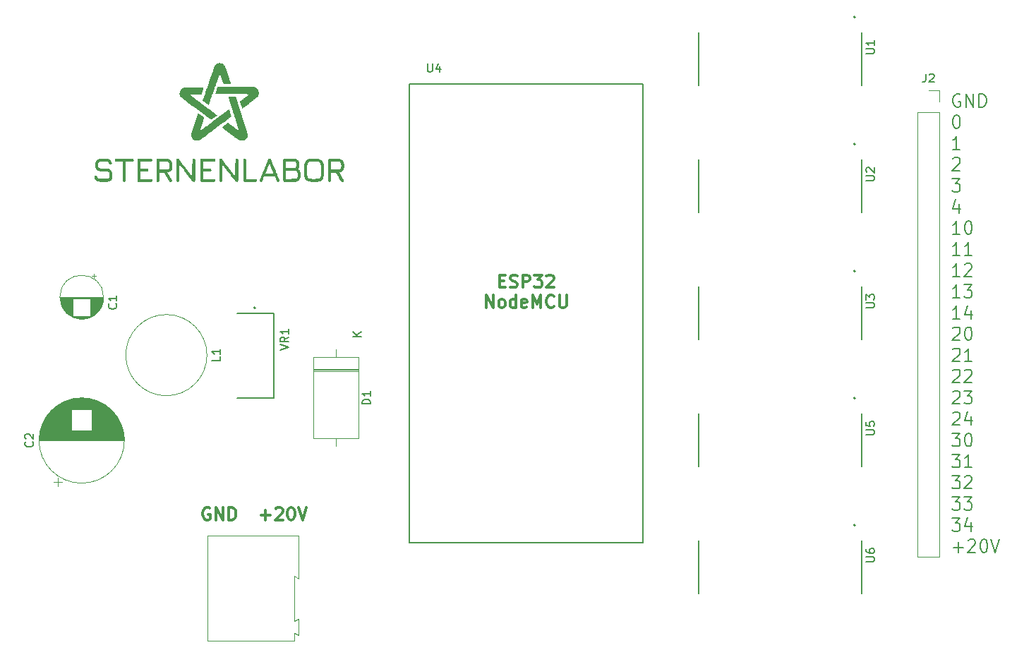
<source format=gto>
G04 #@! TF.GenerationSoftware,KiCad,Pcbnew,(6.0.4-0)*
G04 #@! TF.CreationDate,2022-07-29T09:17:34+02:00*
G04 #@! TF.ProjectId,LED-Clock,4c45442d-436c-46f6-936b-2e6b69636164,rev?*
G04 #@! TF.SameCoordinates,Original*
G04 #@! TF.FileFunction,Legend,Top*
G04 #@! TF.FilePolarity,Positive*
%FSLAX46Y46*%
G04 Gerber Fmt 4.6, Leading zero omitted, Abs format (unit mm)*
G04 Created by KiCad (PCBNEW (6.0.4-0)) date 2022-07-29 09:17:34*
%MOMM*%
%LPD*%
G01*
G04 APERTURE LIST*
%ADD10C,0.300000*%
%ADD11C,0.150000*%
%ADD12C,0.127000*%
%ADD13C,0.200000*%
%ADD14C,0.120000*%
%ADD15O,2.900000X1.450000*%
%ADD16C,3.200000*%
%ADD17R,1.130000X1.130000*%
%ADD18C,1.130000*%
%ADD19R,1.700000X1.700000*%
%ADD20O,1.700000X1.700000*%
%ADD21R,1.600000X1.600000*%
%ADD22C,1.600000*%
%ADD23C,2.600000*%
%ADD24R,1.980000X3.960000*%
%ADD25O,1.980000X3.960000*%
%ADD26C,2.250000*%
%ADD27R,1.350000X1.350000*%
%ADD28C,1.350000*%
%ADD29R,2.000000X2.000000*%
%ADD30C,2.000000*%
%ADD31R,3.200000X3.200000*%
%ADD32O,3.200000X3.200000*%
G04 APERTURE END LIST*
D10*
X182205714Y-79965357D02*
X182705714Y-79965357D01*
X182920000Y-80751071D02*
X182205714Y-80751071D01*
X182205714Y-79251071D01*
X182920000Y-79251071D01*
X183491428Y-80679642D02*
X183705714Y-80751071D01*
X184062857Y-80751071D01*
X184205714Y-80679642D01*
X184277142Y-80608214D01*
X184348571Y-80465357D01*
X184348571Y-80322500D01*
X184277142Y-80179642D01*
X184205714Y-80108214D01*
X184062857Y-80036785D01*
X183777142Y-79965357D01*
X183634285Y-79893928D01*
X183562857Y-79822500D01*
X183491428Y-79679642D01*
X183491428Y-79536785D01*
X183562857Y-79393928D01*
X183634285Y-79322500D01*
X183777142Y-79251071D01*
X184134285Y-79251071D01*
X184348571Y-79322500D01*
X184991428Y-80751071D02*
X184991428Y-79251071D01*
X185562857Y-79251071D01*
X185705714Y-79322500D01*
X185777142Y-79393928D01*
X185848571Y-79536785D01*
X185848571Y-79751071D01*
X185777142Y-79893928D01*
X185705714Y-79965357D01*
X185562857Y-80036785D01*
X184991428Y-80036785D01*
X186348571Y-79251071D02*
X187277142Y-79251071D01*
X186777142Y-79822500D01*
X186991428Y-79822500D01*
X187134285Y-79893928D01*
X187205714Y-79965357D01*
X187277142Y-80108214D01*
X187277142Y-80465357D01*
X187205714Y-80608214D01*
X187134285Y-80679642D01*
X186991428Y-80751071D01*
X186562857Y-80751071D01*
X186420000Y-80679642D01*
X186348571Y-80608214D01*
X187848571Y-79393928D02*
X187920000Y-79322500D01*
X188062857Y-79251071D01*
X188420000Y-79251071D01*
X188562857Y-79322500D01*
X188634285Y-79393928D01*
X188705714Y-79536785D01*
X188705714Y-79679642D01*
X188634285Y-79893928D01*
X187777142Y-80751071D01*
X188705714Y-80751071D01*
X180598571Y-83166071D02*
X180598571Y-81666071D01*
X181455714Y-83166071D01*
X181455714Y-81666071D01*
X182384285Y-83166071D02*
X182241428Y-83094642D01*
X182170000Y-83023214D01*
X182098571Y-82880357D01*
X182098571Y-82451785D01*
X182170000Y-82308928D01*
X182241428Y-82237500D01*
X182384285Y-82166071D01*
X182598571Y-82166071D01*
X182741428Y-82237500D01*
X182812857Y-82308928D01*
X182884285Y-82451785D01*
X182884285Y-82880357D01*
X182812857Y-83023214D01*
X182741428Y-83094642D01*
X182598571Y-83166071D01*
X182384285Y-83166071D01*
X184170000Y-83166071D02*
X184170000Y-81666071D01*
X184170000Y-83094642D02*
X184027142Y-83166071D01*
X183741428Y-83166071D01*
X183598571Y-83094642D01*
X183527142Y-83023214D01*
X183455714Y-82880357D01*
X183455714Y-82451785D01*
X183527142Y-82308928D01*
X183598571Y-82237500D01*
X183741428Y-82166071D01*
X184027142Y-82166071D01*
X184170000Y-82237500D01*
X185455714Y-83094642D02*
X185312857Y-83166071D01*
X185027142Y-83166071D01*
X184884285Y-83094642D01*
X184812857Y-82951785D01*
X184812857Y-82380357D01*
X184884285Y-82237500D01*
X185027142Y-82166071D01*
X185312857Y-82166071D01*
X185455714Y-82237500D01*
X185527142Y-82380357D01*
X185527142Y-82523214D01*
X184812857Y-82666071D01*
X186170000Y-83166071D02*
X186170000Y-81666071D01*
X186670000Y-82737500D01*
X187170000Y-81666071D01*
X187170000Y-83166071D01*
X188741428Y-83023214D02*
X188670000Y-83094642D01*
X188455714Y-83166071D01*
X188312857Y-83166071D01*
X188098571Y-83094642D01*
X187955714Y-82951785D01*
X187884285Y-82808928D01*
X187812857Y-82523214D01*
X187812857Y-82308928D01*
X187884285Y-82023214D01*
X187955714Y-81880357D01*
X188098571Y-81737500D01*
X188312857Y-81666071D01*
X188455714Y-81666071D01*
X188670000Y-81737500D01*
X188741428Y-81808928D01*
X189384285Y-81666071D02*
X189384285Y-82880357D01*
X189455714Y-83023214D01*
X189527142Y-83094642D01*
X189670000Y-83166071D01*
X189955714Y-83166071D01*
X190098571Y-83094642D01*
X190170000Y-83023214D01*
X190241428Y-82880357D01*
X190241428Y-81666071D01*
X153567142Y-108057142D02*
X154710000Y-108057142D01*
X154138571Y-108628571D02*
X154138571Y-107485714D01*
X155352857Y-107271428D02*
X155424285Y-107200000D01*
X155567142Y-107128571D01*
X155924285Y-107128571D01*
X156067142Y-107200000D01*
X156138571Y-107271428D01*
X156210000Y-107414285D01*
X156210000Y-107557142D01*
X156138571Y-107771428D01*
X155281428Y-108628571D01*
X156210000Y-108628571D01*
X157138571Y-107128571D02*
X157281428Y-107128571D01*
X157424285Y-107200000D01*
X157495714Y-107271428D01*
X157567142Y-107414285D01*
X157638571Y-107700000D01*
X157638571Y-108057142D01*
X157567142Y-108342857D01*
X157495714Y-108485714D01*
X157424285Y-108557142D01*
X157281428Y-108628571D01*
X157138571Y-108628571D01*
X156995714Y-108557142D01*
X156924285Y-108485714D01*
X156852857Y-108342857D01*
X156781428Y-108057142D01*
X156781428Y-107700000D01*
X156852857Y-107414285D01*
X156924285Y-107271428D01*
X156995714Y-107200000D01*
X157138571Y-107128571D01*
X158067142Y-107128571D02*
X158567142Y-108628571D01*
X159067142Y-107128571D01*
X147447142Y-107200000D02*
X147304285Y-107128571D01*
X147090000Y-107128571D01*
X146875714Y-107200000D01*
X146732857Y-107342857D01*
X146661428Y-107485714D01*
X146590000Y-107771428D01*
X146590000Y-107985714D01*
X146661428Y-108271428D01*
X146732857Y-108414285D01*
X146875714Y-108557142D01*
X147090000Y-108628571D01*
X147232857Y-108628571D01*
X147447142Y-108557142D01*
X147518571Y-108485714D01*
X147518571Y-107985714D01*
X147232857Y-107985714D01*
X148161428Y-108628571D02*
X148161428Y-107128571D01*
X149018571Y-108628571D01*
X149018571Y-107128571D01*
X149732857Y-108628571D02*
X149732857Y-107128571D01*
X150090000Y-107128571D01*
X150304285Y-107200000D01*
X150447142Y-107342857D01*
X150518571Y-107485714D01*
X150590000Y-107771428D01*
X150590000Y-107985714D01*
X150518571Y-108271428D01*
X150447142Y-108414285D01*
X150304285Y-108557142D01*
X150090000Y-108628571D01*
X149732857Y-108628571D01*
D11*
X237460357Y-57590100D02*
X237317500Y-57514861D01*
X237103214Y-57514861D01*
X236888928Y-57590100D01*
X236746071Y-57740576D01*
X236674642Y-57891052D01*
X236603214Y-58192004D01*
X236603214Y-58417719D01*
X236674642Y-58718671D01*
X236746071Y-58869147D01*
X236888928Y-59019623D01*
X237103214Y-59094861D01*
X237246071Y-59094861D01*
X237460357Y-59019623D01*
X237531785Y-58944385D01*
X237531785Y-58417719D01*
X237246071Y-58417719D01*
X238174642Y-59094861D02*
X238174642Y-57514861D01*
X239031785Y-59094861D01*
X239031785Y-57514861D01*
X239746071Y-59094861D02*
X239746071Y-57514861D01*
X240103214Y-57514861D01*
X240317500Y-57590100D01*
X240460357Y-57740576D01*
X240531785Y-57891052D01*
X240603214Y-58192004D01*
X240603214Y-58417719D01*
X240531785Y-58718671D01*
X240460357Y-58869147D01*
X240317500Y-59019623D01*
X240103214Y-59094861D01*
X239746071Y-59094861D01*
X236960357Y-60058661D02*
X237103214Y-60058661D01*
X237246071Y-60133900D01*
X237317500Y-60209138D01*
X237388928Y-60359614D01*
X237460357Y-60660566D01*
X237460357Y-61036757D01*
X237388928Y-61337709D01*
X237317500Y-61488185D01*
X237246071Y-61563423D01*
X237103214Y-61638661D01*
X236960357Y-61638661D01*
X236817500Y-61563423D01*
X236746071Y-61488185D01*
X236674642Y-61337709D01*
X236603214Y-61036757D01*
X236603214Y-60660566D01*
X236674642Y-60359614D01*
X236746071Y-60209138D01*
X236817500Y-60133900D01*
X236960357Y-60058661D01*
X237460357Y-64182461D02*
X236603214Y-64182461D01*
X237031785Y-64182461D02*
X237031785Y-62602461D01*
X236888928Y-62828176D01*
X236746071Y-62978652D01*
X236603214Y-63053890D01*
X236603214Y-65296738D02*
X236674642Y-65221500D01*
X236817500Y-65146261D01*
X237174642Y-65146261D01*
X237317500Y-65221500D01*
X237388928Y-65296738D01*
X237460357Y-65447214D01*
X237460357Y-65597690D01*
X237388928Y-65823404D01*
X236531785Y-66726261D01*
X237460357Y-66726261D01*
X236531785Y-67690061D02*
X237460357Y-67690061D01*
X236960357Y-68291966D01*
X237174642Y-68291966D01*
X237317500Y-68367204D01*
X237388928Y-68442442D01*
X237460357Y-68592919D01*
X237460357Y-68969109D01*
X237388928Y-69119585D01*
X237317500Y-69194823D01*
X237174642Y-69270061D01*
X236746071Y-69270061D01*
X236603214Y-69194823D01*
X236531785Y-69119585D01*
X237317500Y-70760528D02*
X237317500Y-71813861D01*
X236960357Y-70158623D02*
X236603214Y-71287195D01*
X237531785Y-71287195D01*
X237460357Y-74357661D02*
X236603214Y-74357661D01*
X237031785Y-74357661D02*
X237031785Y-72777661D01*
X236888928Y-73003376D01*
X236746071Y-73153852D01*
X236603214Y-73229090D01*
X238388928Y-72777661D02*
X238531785Y-72777661D01*
X238674642Y-72852900D01*
X238746071Y-72928138D01*
X238817500Y-73078614D01*
X238888928Y-73379566D01*
X238888928Y-73755757D01*
X238817500Y-74056709D01*
X238746071Y-74207185D01*
X238674642Y-74282423D01*
X238531785Y-74357661D01*
X238388928Y-74357661D01*
X238246071Y-74282423D01*
X238174642Y-74207185D01*
X238103214Y-74056709D01*
X238031785Y-73755757D01*
X238031785Y-73379566D01*
X238103214Y-73078614D01*
X238174642Y-72928138D01*
X238246071Y-72852900D01*
X238388928Y-72777661D01*
X237460357Y-76901461D02*
X236603214Y-76901461D01*
X237031785Y-76901461D02*
X237031785Y-75321461D01*
X236888928Y-75547176D01*
X236746071Y-75697652D01*
X236603214Y-75772890D01*
X238888928Y-76901461D02*
X238031785Y-76901461D01*
X238460357Y-76901461D02*
X238460357Y-75321461D01*
X238317500Y-75547176D01*
X238174642Y-75697652D01*
X238031785Y-75772890D01*
X237460357Y-79445261D02*
X236603214Y-79445261D01*
X237031785Y-79445261D02*
X237031785Y-77865261D01*
X236888928Y-78090976D01*
X236746071Y-78241452D01*
X236603214Y-78316690D01*
X238031785Y-78015738D02*
X238103214Y-77940500D01*
X238246071Y-77865261D01*
X238603214Y-77865261D01*
X238746071Y-77940500D01*
X238817500Y-78015738D01*
X238888928Y-78166214D01*
X238888928Y-78316690D01*
X238817500Y-78542404D01*
X237960357Y-79445261D01*
X238888928Y-79445261D01*
X237460357Y-81989061D02*
X236603214Y-81989061D01*
X237031785Y-81989061D02*
X237031785Y-80409061D01*
X236888928Y-80634776D01*
X236746071Y-80785252D01*
X236603214Y-80860490D01*
X237960357Y-80409061D02*
X238888928Y-80409061D01*
X238388928Y-81010966D01*
X238603214Y-81010966D01*
X238746071Y-81086204D01*
X238817500Y-81161442D01*
X238888928Y-81311919D01*
X238888928Y-81688109D01*
X238817500Y-81838585D01*
X238746071Y-81913823D01*
X238603214Y-81989061D01*
X238174642Y-81989061D01*
X238031785Y-81913823D01*
X237960357Y-81838585D01*
X237460357Y-84532861D02*
X236603214Y-84532861D01*
X237031785Y-84532861D02*
X237031785Y-82952861D01*
X236888928Y-83178576D01*
X236746071Y-83329052D01*
X236603214Y-83404290D01*
X238746071Y-83479528D02*
X238746071Y-84532861D01*
X238388928Y-82877623D02*
X238031785Y-84006195D01*
X238960357Y-84006195D01*
X236603214Y-85647138D02*
X236674642Y-85571900D01*
X236817500Y-85496661D01*
X237174642Y-85496661D01*
X237317500Y-85571900D01*
X237388928Y-85647138D01*
X237460357Y-85797614D01*
X237460357Y-85948090D01*
X237388928Y-86173804D01*
X236531785Y-87076661D01*
X237460357Y-87076661D01*
X238388928Y-85496661D02*
X238531785Y-85496661D01*
X238674642Y-85571900D01*
X238746071Y-85647138D01*
X238817500Y-85797614D01*
X238888928Y-86098566D01*
X238888928Y-86474757D01*
X238817500Y-86775709D01*
X238746071Y-86926185D01*
X238674642Y-87001423D01*
X238531785Y-87076661D01*
X238388928Y-87076661D01*
X238246071Y-87001423D01*
X238174642Y-86926185D01*
X238103214Y-86775709D01*
X238031785Y-86474757D01*
X238031785Y-86098566D01*
X238103214Y-85797614D01*
X238174642Y-85647138D01*
X238246071Y-85571900D01*
X238388928Y-85496661D01*
X236603214Y-88190938D02*
X236674642Y-88115700D01*
X236817500Y-88040461D01*
X237174642Y-88040461D01*
X237317500Y-88115700D01*
X237388928Y-88190938D01*
X237460357Y-88341414D01*
X237460357Y-88491890D01*
X237388928Y-88717604D01*
X236531785Y-89620461D01*
X237460357Y-89620461D01*
X238888928Y-89620461D02*
X238031785Y-89620461D01*
X238460357Y-89620461D02*
X238460357Y-88040461D01*
X238317500Y-88266176D01*
X238174642Y-88416652D01*
X238031785Y-88491890D01*
X236603214Y-90734738D02*
X236674642Y-90659500D01*
X236817500Y-90584261D01*
X237174642Y-90584261D01*
X237317500Y-90659500D01*
X237388928Y-90734738D01*
X237460357Y-90885214D01*
X237460357Y-91035690D01*
X237388928Y-91261404D01*
X236531785Y-92164261D01*
X237460357Y-92164261D01*
X238031785Y-90734738D02*
X238103214Y-90659500D01*
X238246071Y-90584261D01*
X238603214Y-90584261D01*
X238746071Y-90659500D01*
X238817500Y-90734738D01*
X238888928Y-90885214D01*
X238888928Y-91035690D01*
X238817500Y-91261404D01*
X237960357Y-92164261D01*
X238888928Y-92164261D01*
X236603214Y-93278538D02*
X236674642Y-93203300D01*
X236817500Y-93128061D01*
X237174642Y-93128061D01*
X237317500Y-93203300D01*
X237388928Y-93278538D01*
X237460357Y-93429014D01*
X237460357Y-93579490D01*
X237388928Y-93805204D01*
X236531785Y-94708061D01*
X237460357Y-94708061D01*
X237960357Y-93128061D02*
X238888928Y-93128061D01*
X238388928Y-93729966D01*
X238603214Y-93729966D01*
X238746071Y-93805204D01*
X238817500Y-93880442D01*
X238888928Y-94030919D01*
X238888928Y-94407109D01*
X238817500Y-94557585D01*
X238746071Y-94632823D01*
X238603214Y-94708061D01*
X238174642Y-94708061D01*
X238031785Y-94632823D01*
X237960357Y-94557585D01*
X236603214Y-95822338D02*
X236674642Y-95747100D01*
X236817500Y-95671861D01*
X237174642Y-95671861D01*
X237317500Y-95747100D01*
X237388928Y-95822338D01*
X237460357Y-95972814D01*
X237460357Y-96123290D01*
X237388928Y-96349004D01*
X236531785Y-97251861D01*
X237460357Y-97251861D01*
X238746071Y-96198528D02*
X238746071Y-97251861D01*
X238388928Y-95596623D02*
X238031785Y-96725195D01*
X238960357Y-96725195D01*
X236531785Y-98215661D02*
X237460357Y-98215661D01*
X236960357Y-98817566D01*
X237174642Y-98817566D01*
X237317500Y-98892804D01*
X237388928Y-98968042D01*
X237460357Y-99118519D01*
X237460357Y-99494709D01*
X237388928Y-99645185D01*
X237317500Y-99720423D01*
X237174642Y-99795661D01*
X236746071Y-99795661D01*
X236603214Y-99720423D01*
X236531785Y-99645185D01*
X238388928Y-98215661D02*
X238531785Y-98215661D01*
X238674642Y-98290900D01*
X238746071Y-98366138D01*
X238817500Y-98516614D01*
X238888928Y-98817566D01*
X238888928Y-99193757D01*
X238817500Y-99494709D01*
X238746071Y-99645185D01*
X238674642Y-99720423D01*
X238531785Y-99795661D01*
X238388928Y-99795661D01*
X238246071Y-99720423D01*
X238174642Y-99645185D01*
X238103214Y-99494709D01*
X238031785Y-99193757D01*
X238031785Y-98817566D01*
X238103214Y-98516614D01*
X238174642Y-98366138D01*
X238246071Y-98290900D01*
X238388928Y-98215661D01*
X236531785Y-100759461D02*
X237460357Y-100759461D01*
X236960357Y-101361366D01*
X237174642Y-101361366D01*
X237317500Y-101436604D01*
X237388928Y-101511842D01*
X237460357Y-101662319D01*
X237460357Y-102038509D01*
X237388928Y-102188985D01*
X237317500Y-102264223D01*
X237174642Y-102339461D01*
X236746071Y-102339461D01*
X236603214Y-102264223D01*
X236531785Y-102188985D01*
X238888928Y-102339461D02*
X238031785Y-102339461D01*
X238460357Y-102339461D02*
X238460357Y-100759461D01*
X238317500Y-100985176D01*
X238174642Y-101135652D01*
X238031785Y-101210890D01*
X236531785Y-103303261D02*
X237460357Y-103303261D01*
X236960357Y-103905166D01*
X237174642Y-103905166D01*
X237317500Y-103980404D01*
X237388928Y-104055642D01*
X237460357Y-104206119D01*
X237460357Y-104582309D01*
X237388928Y-104732785D01*
X237317500Y-104808023D01*
X237174642Y-104883261D01*
X236746071Y-104883261D01*
X236603214Y-104808023D01*
X236531785Y-104732785D01*
X238031785Y-103453738D02*
X238103214Y-103378500D01*
X238246071Y-103303261D01*
X238603214Y-103303261D01*
X238746071Y-103378500D01*
X238817500Y-103453738D01*
X238888928Y-103604214D01*
X238888928Y-103754690D01*
X238817500Y-103980404D01*
X237960357Y-104883261D01*
X238888928Y-104883261D01*
X236531785Y-105847061D02*
X237460357Y-105847061D01*
X236960357Y-106448966D01*
X237174642Y-106448966D01*
X237317500Y-106524204D01*
X237388928Y-106599442D01*
X237460357Y-106749919D01*
X237460357Y-107126109D01*
X237388928Y-107276585D01*
X237317500Y-107351823D01*
X237174642Y-107427061D01*
X236746071Y-107427061D01*
X236603214Y-107351823D01*
X236531785Y-107276585D01*
X237960357Y-105847061D02*
X238888928Y-105847061D01*
X238388928Y-106448966D01*
X238603214Y-106448966D01*
X238746071Y-106524204D01*
X238817500Y-106599442D01*
X238888928Y-106749919D01*
X238888928Y-107126109D01*
X238817500Y-107276585D01*
X238746071Y-107351823D01*
X238603214Y-107427061D01*
X238174642Y-107427061D01*
X238031785Y-107351823D01*
X237960357Y-107276585D01*
X236531785Y-108390861D02*
X237460357Y-108390861D01*
X236960357Y-108992766D01*
X237174642Y-108992766D01*
X237317500Y-109068004D01*
X237388928Y-109143242D01*
X237460357Y-109293719D01*
X237460357Y-109669909D01*
X237388928Y-109820385D01*
X237317500Y-109895623D01*
X237174642Y-109970861D01*
X236746071Y-109970861D01*
X236603214Y-109895623D01*
X236531785Y-109820385D01*
X238746071Y-108917528D02*
X238746071Y-109970861D01*
X238388928Y-108315623D02*
X238031785Y-109444195D01*
X238960357Y-109444195D01*
X236674642Y-111912757D02*
X237817500Y-111912757D01*
X237246071Y-112514661D02*
X237246071Y-111310852D01*
X238460357Y-111085138D02*
X238531785Y-111009900D01*
X238674642Y-110934661D01*
X239031785Y-110934661D01*
X239174642Y-111009900D01*
X239246071Y-111085138D01*
X239317500Y-111235614D01*
X239317500Y-111386090D01*
X239246071Y-111611804D01*
X238388928Y-112514661D01*
X239317500Y-112514661D01*
X240246071Y-110934661D02*
X240388928Y-110934661D01*
X240531785Y-111009900D01*
X240603214Y-111085138D01*
X240674642Y-111235614D01*
X240746071Y-111536566D01*
X240746071Y-111912757D01*
X240674642Y-112213709D01*
X240603214Y-112364185D01*
X240531785Y-112439423D01*
X240388928Y-112514661D01*
X240246071Y-112514661D01*
X240103214Y-112439423D01*
X240031785Y-112364185D01*
X239960357Y-112213709D01*
X239888928Y-111912757D01*
X239888928Y-111536566D01*
X239960357Y-111235614D01*
X240031785Y-111085138D01*
X240103214Y-111009900D01*
X240246071Y-110934661D01*
X241174642Y-110934661D02*
X241674642Y-112514661D01*
X242174642Y-110934661D01*
X155907380Y-88254523D02*
X156907380Y-87921190D01*
X155907380Y-87587857D01*
X156907380Y-86683095D02*
X156431190Y-87016428D01*
X156907380Y-87254523D02*
X155907380Y-87254523D01*
X155907380Y-86873571D01*
X155955000Y-86778333D01*
X156002619Y-86730714D01*
X156097857Y-86683095D01*
X156240714Y-86683095D01*
X156335952Y-86730714D01*
X156383571Y-86778333D01*
X156431190Y-86873571D01*
X156431190Y-87254523D01*
X156907380Y-85730714D02*
X156907380Y-86302142D01*
X156907380Y-86016428D02*
X155907380Y-86016428D01*
X156050238Y-86111666D01*
X156145476Y-86206904D01*
X156193095Y-86302142D01*
X226187380Y-83156904D02*
X226996904Y-83156904D01*
X227092142Y-83109285D01*
X227139761Y-83061666D01*
X227187380Y-82966428D01*
X227187380Y-82775952D01*
X227139761Y-82680714D01*
X227092142Y-82633095D01*
X226996904Y-82585476D01*
X226187380Y-82585476D01*
X226187380Y-82204523D02*
X226187380Y-81585476D01*
X226568333Y-81918809D01*
X226568333Y-81775952D01*
X226615952Y-81680714D01*
X226663571Y-81633095D01*
X226758809Y-81585476D01*
X226996904Y-81585476D01*
X227092142Y-81633095D01*
X227139761Y-81680714D01*
X227187380Y-81775952D01*
X227187380Y-82061666D01*
X227139761Y-82156904D01*
X227092142Y-82204523D01*
X233346666Y-55102380D02*
X233346666Y-55816666D01*
X233299047Y-55959523D01*
X233203809Y-56054761D01*
X233060952Y-56102380D01*
X232965714Y-56102380D01*
X233775238Y-55197619D02*
X233822857Y-55150000D01*
X233918095Y-55102380D01*
X234156190Y-55102380D01*
X234251428Y-55150000D01*
X234299047Y-55197619D01*
X234346666Y-55292857D01*
X234346666Y-55388095D01*
X234299047Y-55530952D01*
X233727619Y-56102380D01*
X234346666Y-56102380D01*
X226187380Y-67916904D02*
X226996904Y-67916904D01*
X227092142Y-67869285D01*
X227139761Y-67821666D01*
X227187380Y-67726428D01*
X227187380Y-67535952D01*
X227139761Y-67440714D01*
X227092142Y-67393095D01*
X226996904Y-67345476D01*
X226187380Y-67345476D01*
X226282619Y-66916904D02*
X226235000Y-66869285D01*
X226187380Y-66774047D01*
X226187380Y-66535952D01*
X226235000Y-66440714D01*
X226282619Y-66393095D01*
X226377857Y-66345476D01*
X226473095Y-66345476D01*
X226615952Y-66393095D01*
X227187380Y-66964523D01*
X227187380Y-66345476D01*
X136187142Y-82696666D02*
X136234761Y-82744285D01*
X136282380Y-82887142D01*
X136282380Y-82982380D01*
X136234761Y-83125238D01*
X136139523Y-83220476D01*
X136044285Y-83268095D01*
X135853809Y-83315714D01*
X135710952Y-83315714D01*
X135520476Y-83268095D01*
X135425238Y-83220476D01*
X135330000Y-83125238D01*
X135282380Y-82982380D01*
X135282380Y-82887142D01*
X135330000Y-82744285D01*
X135377619Y-82696666D01*
X136282380Y-81744285D02*
X136282380Y-82315714D01*
X136282380Y-82030000D02*
X135282380Y-82030000D01*
X135425238Y-82125238D01*
X135520476Y-82220476D01*
X135568095Y-82315714D01*
X148692380Y-89026666D02*
X148692380Y-89502857D01*
X147692380Y-89502857D01*
X148692380Y-88169523D02*
X148692380Y-88740952D01*
X148692380Y-88455238D02*
X147692380Y-88455238D01*
X147835238Y-88550476D01*
X147930476Y-88645714D01*
X147978095Y-88740952D01*
X226187380Y-52676904D02*
X226996904Y-52676904D01*
X227092142Y-52629285D01*
X227139761Y-52581666D01*
X227187380Y-52486428D01*
X227187380Y-52295952D01*
X227139761Y-52200714D01*
X227092142Y-52153095D01*
X226996904Y-52105476D01*
X226187380Y-52105476D01*
X227187380Y-51105476D02*
X227187380Y-51676904D01*
X227187380Y-51391190D02*
X226187380Y-51391190D01*
X226330238Y-51486428D01*
X226425476Y-51581666D01*
X226473095Y-51676904D01*
X226187380Y-113636904D02*
X226996904Y-113636904D01*
X227092142Y-113589285D01*
X227139761Y-113541666D01*
X227187380Y-113446428D01*
X227187380Y-113255952D01*
X227139761Y-113160714D01*
X227092142Y-113113095D01*
X226996904Y-113065476D01*
X226187380Y-113065476D01*
X226187380Y-112160714D02*
X226187380Y-112351190D01*
X226235000Y-112446428D01*
X226282619Y-112494047D01*
X226425476Y-112589285D01*
X226615952Y-112636904D01*
X226996904Y-112636904D01*
X227092142Y-112589285D01*
X227139761Y-112541666D01*
X227187380Y-112446428D01*
X227187380Y-112255952D01*
X227139761Y-112160714D01*
X227092142Y-112113095D01*
X226996904Y-112065476D01*
X226758809Y-112065476D01*
X226663571Y-112113095D01*
X226615952Y-112160714D01*
X226568333Y-112255952D01*
X226568333Y-112446428D01*
X226615952Y-112541666D01*
X226663571Y-112589285D01*
X226758809Y-112636904D01*
X173583095Y-53887380D02*
X173583095Y-54696904D01*
X173630714Y-54792142D01*
X173678333Y-54839761D01*
X173773571Y-54887380D01*
X173964047Y-54887380D01*
X174059285Y-54839761D01*
X174106904Y-54792142D01*
X174154523Y-54696904D01*
X174154523Y-53887380D01*
X175059285Y-54220714D02*
X175059285Y-54887380D01*
X174821190Y-53839761D02*
X174583095Y-54554047D01*
X175202142Y-54554047D01*
X126187142Y-99266666D02*
X126234761Y-99314285D01*
X126282380Y-99457142D01*
X126282380Y-99552380D01*
X126234761Y-99695238D01*
X126139523Y-99790476D01*
X126044285Y-99838095D01*
X125853809Y-99885714D01*
X125710952Y-99885714D01*
X125520476Y-99838095D01*
X125425238Y-99790476D01*
X125330000Y-99695238D01*
X125282380Y-99552380D01*
X125282380Y-99457142D01*
X125330000Y-99314285D01*
X125377619Y-99266666D01*
X125377619Y-98885714D02*
X125330000Y-98838095D01*
X125282380Y-98742857D01*
X125282380Y-98504761D01*
X125330000Y-98409523D01*
X125377619Y-98361904D01*
X125472857Y-98314285D01*
X125568095Y-98314285D01*
X125710952Y-98361904D01*
X126282380Y-98933333D01*
X126282380Y-98314285D01*
X166732380Y-94718095D02*
X165732380Y-94718095D01*
X165732380Y-94480000D01*
X165780000Y-94337142D01*
X165875238Y-94241904D01*
X165970476Y-94194285D01*
X166160952Y-94146666D01*
X166303809Y-94146666D01*
X166494285Y-94194285D01*
X166589523Y-94241904D01*
X166684761Y-94337142D01*
X166732380Y-94480000D01*
X166732380Y-94718095D01*
X166732380Y-93194285D02*
X166732380Y-93765714D01*
X166732380Y-93480000D02*
X165732380Y-93480000D01*
X165875238Y-93575238D01*
X165970476Y-93670476D01*
X166018095Y-93765714D01*
X165612380Y-86621904D02*
X164612380Y-86621904D01*
X165612380Y-86050476D02*
X165040952Y-86479047D01*
X164612380Y-86050476D02*
X165183809Y-86621904D01*
X226187380Y-98396904D02*
X226996904Y-98396904D01*
X227092142Y-98349285D01*
X227139761Y-98301666D01*
X227187380Y-98206428D01*
X227187380Y-98015952D01*
X227139761Y-97920714D01*
X227092142Y-97873095D01*
X226996904Y-97825476D01*
X226187380Y-97825476D01*
X226187380Y-96873095D02*
X226187380Y-97349285D01*
X226663571Y-97396904D01*
X226615952Y-97349285D01*
X226568333Y-97254047D01*
X226568333Y-97015952D01*
X226615952Y-96920714D01*
X226663571Y-96873095D01*
X226758809Y-96825476D01*
X226996904Y-96825476D01*
X227092142Y-96873095D01*
X227139761Y-96920714D01*
X227187380Y-97015952D01*
X227187380Y-97254047D01*
X227139761Y-97349285D01*
X227092142Y-97396904D01*
D12*
X150722500Y-83820000D02*
X155167500Y-83820000D01*
X155167500Y-93980000D02*
X150722500Y-93980000D01*
X155167500Y-93980000D02*
X155167500Y-83820000D01*
D13*
X152927500Y-83177500D02*
G75*
G03*
X152927500Y-83177500I-100000J0D01*
G01*
D12*
X206125000Y-80645000D02*
X206125000Y-86995000D01*
X225675000Y-80645000D02*
X225675000Y-86995000D01*
D13*
X224890000Y-78785000D02*
G75*
G03*
X224890000Y-78785000I-100000J0D01*
G01*
D14*
X232350000Y-59690000D02*
X232350000Y-113090000D01*
X233680000Y-57090000D02*
X235010000Y-57090000D01*
X235010000Y-59690000D02*
X235010000Y-113090000D01*
X232350000Y-59690000D02*
X235010000Y-59690000D01*
X235010000Y-57090000D02*
X235010000Y-58420000D01*
X232350000Y-113090000D02*
X235010000Y-113090000D01*
D12*
X225675000Y-65405000D02*
X225675000Y-71755000D01*
X206125000Y-65405000D02*
X206125000Y-71755000D01*
D13*
X224890000Y-63545000D02*
G75*
G03*
X224890000Y-63545000I-100000J0D01*
G01*
D14*
X133580000Y-84021000D02*
X133120000Y-84021000D01*
X133779000Y-83861000D02*
X133120000Y-83861000D01*
X131040000Y-83901000D02*
X130427000Y-83901000D01*
X134649000Y-82140000D02*
X133120000Y-82140000D01*
X134560000Y-82621000D02*
X133120000Y-82621000D01*
X131040000Y-83461000D02*
X130015000Y-83461000D01*
X131040000Y-83141000D02*
X129812000Y-83141000D01*
X133733000Y-83901000D02*
X133120000Y-83901000D01*
X134660000Y-81900000D02*
X129500000Y-81900000D01*
X134051000Y-83581000D02*
X133120000Y-83581000D01*
X133906000Y-83741000D02*
X133120000Y-83741000D01*
X133865000Y-83781000D02*
X133120000Y-83781000D01*
X133555000Y-79095225D02*
X133555000Y-79595225D01*
X131040000Y-82741000D02*
X129638000Y-82741000D01*
X134600000Y-82460000D02*
X133120000Y-82460000D01*
X131040000Y-83821000D02*
X130337000Y-83821000D01*
X131040000Y-83501000D02*
X130045000Y-83501000D01*
X134571000Y-82580000D02*
X133120000Y-82580000D01*
X134409000Y-83021000D02*
X133120000Y-83021000D01*
X132995000Y-84341000D02*
X131165000Y-84341000D01*
X131040000Y-82460000D02*
X129560000Y-82460000D01*
X131040000Y-82180000D02*
X129515000Y-82180000D01*
X131040000Y-83381000D02*
X129958000Y-83381000D01*
X134304000Y-83221000D02*
X133120000Y-83221000D01*
X131040000Y-84181000D02*
X130829000Y-84181000D01*
X134390000Y-83061000D02*
X133120000Y-83061000D01*
X131040000Y-82340000D02*
X129537000Y-82340000D01*
X134445000Y-82941000D02*
X133120000Y-82941000D01*
X131040000Y-84141000D02*
X130761000Y-84141000D01*
X131040000Y-83621000D02*
X130143000Y-83621000D01*
X131040000Y-83181000D02*
X129833000Y-83181000D01*
X134630000Y-82300000D02*
X133120000Y-82300000D01*
X132885000Y-84381000D02*
X131275000Y-84381000D01*
X132364000Y-84501000D02*
X131796000Y-84501000D01*
X133091000Y-84301000D02*
X131069000Y-84301000D01*
X133981000Y-83661000D02*
X133120000Y-83661000D01*
X131040000Y-83701000D02*
X130216000Y-83701000D01*
X131040000Y-83941000D02*
X130475000Y-83941000D01*
X131040000Y-82941000D02*
X129715000Y-82941000D01*
X134229000Y-83341000D02*
X133120000Y-83341000D01*
X134202000Y-83381000D02*
X133120000Y-83381000D01*
X131040000Y-83341000D02*
X129931000Y-83341000D01*
X131040000Y-82260000D02*
X129524000Y-82260000D01*
X134659000Y-81980000D02*
X129501000Y-81980000D01*
X134370000Y-83101000D02*
X133120000Y-83101000D01*
X133523000Y-84061000D02*
X133120000Y-84061000D01*
X131040000Y-84061000D02*
X130637000Y-84061000D01*
X133634000Y-83981000D02*
X133120000Y-83981000D01*
X134175000Y-83421000D02*
X133120000Y-83421000D01*
X131040000Y-83861000D02*
X130381000Y-83861000D01*
X131040000Y-82661000D02*
X129612000Y-82661000D01*
X134656000Y-82060000D02*
X129504000Y-82060000D01*
X133805000Y-79345225D02*
X133305000Y-79345225D01*
X132598000Y-84461000D02*
X131562000Y-84461000D01*
X134115000Y-83501000D02*
X133120000Y-83501000D01*
X131040000Y-82981000D02*
X129732000Y-82981000D01*
X131040000Y-83061000D02*
X129770000Y-83061000D01*
X131040000Y-82380000D02*
X129544000Y-82380000D01*
X134645000Y-82180000D02*
X133120000Y-82180000D01*
X131040000Y-83661000D02*
X130179000Y-83661000D01*
X134548000Y-82661000D02*
X133120000Y-82661000D01*
X134581000Y-82540000D02*
X133120000Y-82540000D01*
X131040000Y-83581000D02*
X130109000Y-83581000D01*
X134641000Y-82220000D02*
X133120000Y-82220000D01*
X131040000Y-82821000D02*
X129666000Y-82821000D01*
X134508000Y-82781000D02*
X133120000Y-82781000D01*
X134636000Y-82260000D02*
X133120000Y-82260000D01*
X134658000Y-82020000D02*
X129502000Y-82020000D01*
X134145000Y-83461000D02*
X133120000Y-83461000D01*
X131040000Y-83221000D02*
X129856000Y-83221000D01*
X134660000Y-81940000D02*
X129500000Y-81940000D01*
X134591000Y-82500000D02*
X133120000Y-82500000D01*
X131040000Y-82140000D02*
X129511000Y-82140000D01*
X131040000Y-83421000D02*
X129985000Y-83421000D01*
X131040000Y-82781000D02*
X129652000Y-82781000D01*
X134478000Y-82861000D02*
X133120000Y-82861000D01*
X134653000Y-82100000D02*
X129507000Y-82100000D01*
X134255000Y-83301000D02*
X133120000Y-83301000D01*
X133178000Y-84261000D02*
X130982000Y-84261000D01*
X134084000Y-83541000D02*
X133120000Y-83541000D01*
X133685000Y-83941000D02*
X133120000Y-83941000D01*
X134327000Y-83181000D02*
X133120000Y-83181000D01*
X131040000Y-82540000D02*
X129579000Y-82540000D01*
X131040000Y-82300000D02*
X129530000Y-82300000D01*
X131040000Y-82220000D02*
X129519000Y-82220000D01*
X131040000Y-82420000D02*
X129552000Y-82420000D01*
X134608000Y-82420000D02*
X133120000Y-82420000D01*
X131040000Y-82861000D02*
X129682000Y-82861000D01*
X131040000Y-82701000D02*
X129625000Y-82701000D01*
X134623000Y-82340000D02*
X133120000Y-82340000D01*
X131040000Y-83101000D02*
X129790000Y-83101000D01*
X131040000Y-83541000D02*
X130076000Y-83541000D01*
X134616000Y-82380000D02*
X133120000Y-82380000D01*
X131040000Y-84021000D02*
X130580000Y-84021000D01*
X133463000Y-84101000D02*
X133120000Y-84101000D01*
X134348000Y-83141000D02*
X133120000Y-83141000D01*
X133944000Y-83701000D02*
X133120000Y-83701000D01*
X133331000Y-84181000D02*
X133120000Y-84181000D01*
X133823000Y-83821000D02*
X133120000Y-83821000D01*
X134494000Y-82821000D02*
X133120000Y-82821000D01*
X131040000Y-82500000D02*
X129569000Y-82500000D01*
X134462000Y-82901000D02*
X133120000Y-82901000D01*
X131040000Y-83021000D02*
X129751000Y-83021000D01*
X131040000Y-83781000D02*
X130295000Y-83781000D01*
X131040000Y-83981000D02*
X130526000Y-83981000D01*
X134428000Y-82981000D02*
X133120000Y-82981000D01*
X131040000Y-82621000D02*
X129600000Y-82621000D01*
X134522000Y-82741000D02*
X133120000Y-82741000D01*
X131040000Y-83301000D02*
X129905000Y-83301000D01*
X134017000Y-83621000D02*
X133120000Y-83621000D01*
X131040000Y-84101000D02*
X130697000Y-84101000D01*
X134280000Y-83261000D02*
X133120000Y-83261000D01*
X131040000Y-83741000D02*
X130254000Y-83741000D01*
X133399000Y-84141000D02*
X133120000Y-84141000D01*
X132757000Y-84421000D02*
X131403000Y-84421000D01*
X131040000Y-82901000D02*
X129698000Y-82901000D01*
X131040000Y-83261000D02*
X129880000Y-83261000D01*
X131040000Y-82580000D02*
X129589000Y-82580000D01*
X133258000Y-84221000D02*
X130902000Y-84221000D01*
X134535000Y-82701000D02*
X133120000Y-82701000D01*
X134700000Y-81900000D02*
G75*
G03*
X134700000Y-81900000I-2620000J0D01*
G01*
X147110000Y-88860000D02*
G75*
G03*
X147110000Y-88860000I-4870000J0D01*
G01*
X158060000Y-120540000D02*
X158060000Y-120490000D01*
X157560000Y-122190000D02*
X158060000Y-122440000D01*
X157560000Y-120740000D02*
X157560000Y-115340000D01*
X157560000Y-123140000D02*
X157560000Y-122190000D01*
X158060000Y-120490000D02*
X157560000Y-120740000D01*
X158060000Y-122440000D02*
X158060000Y-120540000D01*
X158060000Y-110540000D02*
X147210000Y-110540000D01*
X157560000Y-115340000D02*
X158060000Y-115640000D01*
X158060000Y-115640000D02*
X158060000Y-110540000D01*
X147210000Y-110540000D02*
X147210000Y-123140000D01*
X147210000Y-123140000D02*
X157560000Y-123140000D01*
D12*
X206125000Y-50165000D02*
X206125000Y-56515000D01*
X225675000Y-50165000D02*
X225675000Y-56515000D01*
D13*
X224890000Y-48305000D02*
G75*
G03*
X224890000Y-48305000I-100000J0D01*
G01*
D12*
X206125000Y-111125000D02*
X206125000Y-117475000D01*
X225675000Y-111125000D02*
X225675000Y-117475000D01*
D13*
X224890000Y-109265000D02*
G75*
G03*
X224890000Y-109265000I-100000J0D01*
G01*
D12*
X171420000Y-56320000D02*
X171420000Y-111320000D01*
X171420000Y-56320000D02*
X199420000Y-56320000D01*
X199420000Y-56320000D02*
X199420000Y-111320000D01*
X171420000Y-111320000D02*
X199420000Y-111320000D01*
D14*
X127496000Y-96899000D02*
X130839000Y-96899000D01*
X129641000Y-94619000D02*
X134519000Y-94619000D01*
X128560000Y-95419000D02*
X130839000Y-95419000D01*
X131481000Y-94019000D02*
X132679000Y-94019000D01*
X131218000Y-94059000D02*
X132942000Y-94059000D01*
X129250000Y-94859000D02*
X134910000Y-94859000D01*
X128091000Y-95939000D02*
X130839000Y-95939000D01*
X127062000Y-98299000D02*
X137098000Y-98299000D01*
X133321000Y-95819000D02*
X135972000Y-95819000D01*
X133321000Y-96859000D02*
X136644000Y-96859000D01*
X133321000Y-96419000D02*
X136403000Y-96419000D01*
X127833000Y-96299000D02*
X130839000Y-96299000D01*
X127914000Y-96179000D02*
X130839000Y-96179000D01*
X127000000Y-99100000D02*
X137160000Y-99100000D01*
X133321000Y-97779000D02*
X136987000Y-97779000D01*
X128401000Y-95579000D02*
X130839000Y-95579000D01*
X127326000Y-97299000D02*
X130839000Y-97299000D01*
X127056000Y-98339000D02*
X137104000Y-98339000D01*
X130702000Y-94179000D02*
X133458000Y-94179000D01*
X127390000Y-97139000D02*
X130839000Y-97139000D01*
X127297000Y-97379000D02*
X130839000Y-97379000D01*
X127045000Y-98420000D02*
X137115000Y-98420000D01*
X133321000Y-97739000D02*
X136977000Y-97739000D01*
X133321000Y-96019000D02*
X136130000Y-96019000D01*
X127195000Y-97699000D02*
X130839000Y-97699000D01*
X133321000Y-96899000D02*
X136664000Y-96899000D01*
X127018000Y-98660000D02*
X137142000Y-98660000D01*
X133321000Y-95659000D02*
X135833000Y-95659000D01*
X133321000Y-95899000D02*
X136037000Y-95899000D01*
X127083000Y-98179000D02*
X137077000Y-98179000D01*
X129310000Y-94819000D02*
X134850000Y-94819000D01*
X129715000Y-94579000D02*
X134445000Y-94579000D01*
X127733000Y-96459000D02*
X130839000Y-96459000D01*
X127010000Y-98780000D02*
X137150000Y-98780000D01*
X128644000Y-95339000D02*
X135516000Y-95339000D01*
X128479000Y-95499000D02*
X130839000Y-95499000D01*
X127069000Y-98259000D02*
X137091000Y-98259000D01*
X127663000Y-96579000D02*
X130839000Y-96579000D01*
X127970000Y-96099000D02*
X130839000Y-96099000D01*
X133321000Y-97459000D02*
X136891000Y-97459000D01*
X128519000Y-95459000D02*
X130839000Y-95459000D01*
X128779000Y-95219000D02*
X135381000Y-95219000D01*
X127576000Y-96739000D02*
X130839000Y-96739000D01*
X133321000Y-96379000D02*
X136378000Y-96379000D01*
X133321000Y-95699000D02*
X135869000Y-95699000D01*
X133321000Y-95939000D02*
X136069000Y-95939000D01*
X133321000Y-95739000D02*
X135904000Y-95739000D01*
X133321000Y-96299000D02*
X136327000Y-96299000D01*
X127312000Y-97339000D02*
X130839000Y-97339000D01*
X127342000Y-97259000D02*
X130839000Y-97259000D01*
X133321000Y-96099000D02*
X136190000Y-96099000D01*
X133321000Y-97219000D02*
X136803000Y-97219000D01*
X129205000Y-104579646D02*
X129205000Y-103579646D01*
X127076000Y-98219000D02*
X137084000Y-98219000D01*
X127230000Y-97579000D02*
X130839000Y-97579000D01*
X133321000Y-96339000D02*
X136353000Y-96339000D01*
X133321000Y-97179000D02*
X136787000Y-97179000D01*
X133321000Y-96059000D02*
X136160000Y-96059000D01*
X133321000Y-95459000D02*
X135641000Y-95459000D01*
X133321000Y-97299000D02*
X136834000Y-97299000D01*
X133321000Y-95859000D02*
X136005000Y-95859000D01*
X128440000Y-95539000D02*
X130839000Y-95539000D01*
X133321000Y-95379000D02*
X135558000Y-95379000D01*
X133321000Y-97019000D02*
X136719000Y-97019000D01*
X133321000Y-95779000D02*
X135938000Y-95779000D01*
X133321000Y-97259000D02*
X136818000Y-97259000D01*
X127555000Y-96779000D02*
X130839000Y-96779000D01*
X127030000Y-98540000D02*
X137130000Y-98540000D01*
X129135000Y-94939000D02*
X135025000Y-94939000D01*
X128000000Y-96059000D02*
X130839000Y-96059000D01*
X129191000Y-94899000D02*
X134969000Y-94899000D01*
X133321000Y-96699000D02*
X136563000Y-96699000D01*
X127026000Y-98580000D02*
X137134000Y-98580000D01*
X133321000Y-96499000D02*
X136451000Y-96499000D01*
X133321000Y-96779000D02*
X136605000Y-96779000D01*
X133321000Y-95979000D02*
X136100000Y-95979000D01*
X128688000Y-95299000D02*
X135472000Y-95299000D01*
X128733000Y-95259000D02*
X135427000Y-95259000D01*
X129435000Y-94739000D02*
X134725000Y-94739000D01*
X127152000Y-97859000D02*
X137008000Y-97859000D01*
X127000000Y-99020000D02*
X137160000Y-99020000D01*
X127256000Y-97499000D02*
X130839000Y-97499000D01*
X128291000Y-95699000D02*
X130839000Y-95699000D01*
X133321000Y-95579000D02*
X135759000Y-95579000D01*
X128364000Y-95619000D02*
X130839000Y-95619000D01*
X133321000Y-97139000D02*
X136770000Y-97139000D01*
X127618000Y-96659000D02*
X130839000Y-96659000D01*
X127003000Y-98900000D02*
X137157000Y-98900000D01*
X133321000Y-97659000D02*
X136954000Y-97659000D01*
X127115000Y-98019000D02*
X137045000Y-98019000D01*
X133321000Y-96939000D02*
X136683000Y-96939000D01*
X127459000Y-96979000D02*
X130839000Y-96979000D01*
X130450000Y-94259000D02*
X133710000Y-94259000D01*
X127142000Y-97899000D02*
X137018000Y-97899000D01*
X129871000Y-94499000D02*
X134289000Y-94499000D01*
X128123000Y-95899000D02*
X130839000Y-95899000D01*
X127133000Y-97939000D02*
X137027000Y-97939000D01*
X127183000Y-97739000D02*
X130839000Y-97739000D01*
X133321000Y-96539000D02*
X136475000Y-96539000D01*
X127098000Y-98099000D02*
X137062000Y-98099000D01*
X130136000Y-94379000D02*
X134024000Y-94379000D01*
X133321000Y-97819000D02*
X136998000Y-97819000D01*
X127423000Y-97059000D02*
X130839000Y-97059000D01*
X130043000Y-94419000D02*
X134117000Y-94419000D01*
X129791000Y-94539000D02*
X134369000Y-94539000D01*
X129501000Y-94699000D02*
X134659000Y-94699000D01*
X133321000Y-97099000D02*
X136754000Y-97099000D01*
X133321000Y-96579000D02*
X136497000Y-96579000D01*
X133321000Y-96979000D02*
X136701000Y-96979000D01*
X133321000Y-95619000D02*
X135796000Y-95619000D01*
X133321000Y-96619000D02*
X136520000Y-96619000D01*
X133321000Y-97339000D02*
X136848000Y-97339000D01*
X127709000Y-96499000D02*
X130839000Y-96499000D01*
X127106000Y-98059000D02*
X137054000Y-98059000D01*
X133321000Y-96139000D02*
X136218000Y-96139000D01*
X133321000Y-96179000D02*
X136246000Y-96179000D01*
X127243000Y-97539000D02*
X130839000Y-97539000D01*
X133321000Y-96259000D02*
X136301000Y-96259000D01*
X127269000Y-97459000D02*
X130839000Y-97459000D01*
X127218000Y-97619000D02*
X130839000Y-97619000D01*
X128602000Y-95379000D02*
X130839000Y-95379000D01*
X127090000Y-98139000D02*
X137070000Y-98139000D01*
X128974000Y-95059000D02*
X135186000Y-95059000D01*
X133321000Y-96739000D02*
X136584000Y-96739000D01*
X128924000Y-95099000D02*
X135236000Y-95099000D01*
X127477000Y-96939000D02*
X130839000Y-96939000D01*
X133321000Y-96659000D02*
X136542000Y-96659000D01*
X127685000Y-96539000D02*
X130839000Y-96539000D01*
X129955000Y-94459000D02*
X134205000Y-94459000D01*
X130850000Y-94139000D02*
X133310000Y-94139000D01*
X128826000Y-95179000D02*
X135334000Y-95179000D01*
X127357000Y-97219000D02*
X130839000Y-97219000D01*
X127757000Y-96419000D02*
X130839000Y-96419000D01*
X129570000Y-94659000D02*
X134590000Y-94659000D01*
X127807000Y-96339000D02*
X130839000Y-96339000D01*
X133321000Y-96819000D02*
X136625000Y-96819000D01*
X133321000Y-95539000D02*
X135720000Y-95539000D01*
X127007000Y-98820000D02*
X137153000Y-98820000D01*
X133321000Y-96219000D02*
X136274000Y-96219000D01*
X127000000Y-99060000D02*
X137160000Y-99060000D01*
X127283000Y-97419000D02*
X130839000Y-97419000D01*
X127162000Y-97819000D02*
X130839000Y-97819000D01*
X128155000Y-95859000D02*
X130839000Y-95859000D01*
X128222000Y-95779000D02*
X130839000Y-95779000D01*
X130338000Y-94299000D02*
X133822000Y-94299000D01*
X127001000Y-98980000D02*
X137159000Y-98980000D01*
X127942000Y-96139000D02*
X130839000Y-96139000D01*
X128188000Y-95819000D02*
X130839000Y-95819000D01*
X127002000Y-98940000D02*
X137158000Y-98940000D01*
X128327000Y-95659000D02*
X130839000Y-95659000D01*
X127886000Y-96219000D02*
X130839000Y-96219000D01*
X127022000Y-98620000D02*
X137138000Y-98620000D01*
X127005000Y-98860000D02*
X137155000Y-98860000D01*
X127373000Y-97179000D02*
X130839000Y-97179000D01*
X127012000Y-98740000D02*
X137148000Y-98740000D01*
X133321000Y-95419000D02*
X135600000Y-95419000D01*
X127124000Y-97979000D02*
X137036000Y-97979000D01*
X133321000Y-97499000D02*
X136904000Y-97499000D01*
X128256000Y-95739000D02*
X130839000Y-95739000D01*
X129026000Y-95019000D02*
X135134000Y-95019000D01*
X130570000Y-94219000D02*
X133590000Y-94219000D01*
X129371000Y-94779000D02*
X134789000Y-94779000D01*
X127040000Y-98460000D02*
X137120000Y-98460000D01*
X131018000Y-94099000D02*
X133142000Y-94099000D01*
X133321000Y-97579000D02*
X136930000Y-97579000D01*
X127441000Y-97019000D02*
X130839000Y-97019000D01*
X127597000Y-96699000D02*
X130839000Y-96699000D01*
X129080000Y-94979000D02*
X135080000Y-94979000D01*
X127535000Y-96819000D02*
X130839000Y-96819000D01*
X127859000Y-96259000D02*
X130839000Y-96259000D01*
X127406000Y-97099000D02*
X130839000Y-97099000D01*
X127015000Y-98700000D02*
X137145000Y-98700000D01*
X127035000Y-98500000D02*
X137125000Y-98500000D01*
X133321000Y-97059000D02*
X136737000Y-97059000D01*
X133321000Y-97379000D02*
X136863000Y-97379000D01*
X128874000Y-95139000D02*
X135286000Y-95139000D01*
X128705000Y-104079646D02*
X129705000Y-104079646D01*
X133321000Y-97699000D02*
X136965000Y-97699000D01*
X133321000Y-97619000D02*
X136942000Y-97619000D01*
X127173000Y-97779000D02*
X130839000Y-97779000D01*
X127782000Y-96379000D02*
X130839000Y-96379000D01*
X128060000Y-95979000D02*
X130839000Y-95979000D01*
X127206000Y-97659000D02*
X130839000Y-97659000D01*
X133321000Y-96459000D02*
X136427000Y-96459000D01*
X133321000Y-97419000D02*
X136877000Y-97419000D01*
X130234000Y-94339000D02*
X133926000Y-94339000D01*
X128030000Y-96019000D02*
X130839000Y-96019000D01*
X133321000Y-97539000D02*
X136917000Y-97539000D01*
X127050000Y-98379000D02*
X137110000Y-98379000D01*
X127516000Y-96859000D02*
X130839000Y-96859000D01*
X127640000Y-96619000D02*
X130839000Y-96619000D01*
X133321000Y-95499000D02*
X135681000Y-95499000D01*
X137200000Y-99100000D02*
G75*
G03*
X137200000Y-99100000I-5120000J0D01*
G01*
G36*
X162089225Y-65276927D02*
G01*
X162166765Y-65277137D01*
X162255141Y-65277465D01*
X162355125Y-65277855D01*
X162365510Y-65277894D01*
X162466612Y-65278273D01*
X162556128Y-65278643D01*
X162634931Y-65279056D01*
X162703891Y-65279566D01*
X162763880Y-65280227D01*
X162815769Y-65281091D01*
X162860431Y-65282214D01*
X162898736Y-65283648D01*
X162931556Y-65285446D01*
X162959762Y-65287663D01*
X162984227Y-65290352D01*
X163005821Y-65293566D01*
X163025416Y-65297359D01*
X163043883Y-65301784D01*
X163062095Y-65306895D01*
X163080921Y-65312746D01*
X163101235Y-65319390D01*
X163114963Y-65323933D01*
X163200860Y-65358104D01*
X163277805Y-65400899D01*
X163345820Y-65452345D01*
X163404925Y-65512469D01*
X163455142Y-65581296D01*
X163496492Y-65658854D01*
X163528995Y-65745168D01*
X163552673Y-65840266D01*
X163560664Y-65887358D01*
X163564352Y-65921334D01*
X163567033Y-65964472D01*
X163568742Y-66014587D01*
X163569514Y-66069497D01*
X163569386Y-66127018D01*
X163568393Y-66184967D01*
X163566571Y-66241160D01*
X163563955Y-66293414D01*
X163560581Y-66339546D01*
X163556486Y-66377372D01*
X163552245Y-66402360D01*
X163527519Y-66494106D01*
X163496180Y-66575934D01*
X163457837Y-66648719D01*
X163414602Y-66710243D01*
X163357106Y-66773015D01*
X163292998Y-66826120D01*
X163221490Y-66870040D01*
X163141797Y-66905259D01*
X163053130Y-66932259D01*
X163052360Y-66932449D01*
X162984489Y-66949136D01*
X163257604Y-67404526D01*
X163310411Y-67492716D01*
X163356961Y-67570764D01*
X163397524Y-67639138D01*
X163432368Y-67698305D01*
X163461763Y-67748735D01*
X163485979Y-67790894D01*
X163505285Y-67825252D01*
X163519951Y-67852276D01*
X163530246Y-67872433D01*
X163536440Y-67886193D01*
X163538490Y-67892312D01*
X163543417Y-67937115D01*
X163536291Y-67979119D01*
X163517341Y-68017623D01*
X163486795Y-68051924D01*
X163486694Y-68052013D01*
X163445038Y-68082528D01*
X163402722Y-68101751D01*
X163360723Y-68109471D01*
X163320019Y-68105477D01*
X163290432Y-68094418D01*
X163260214Y-68074392D01*
X163234585Y-68048831D01*
X163234375Y-68048565D01*
X163227982Y-68039175D01*
X163215677Y-68019860D01*
X163197932Y-67991390D01*
X163175215Y-67954541D01*
X163147998Y-67910083D01*
X163116751Y-67858789D01*
X163081944Y-67801433D01*
X163044046Y-67738786D01*
X163003529Y-67671621D01*
X162960861Y-67600712D01*
X162916514Y-67526830D01*
X162893850Y-67489002D01*
X162576194Y-66958498D01*
X162006640Y-66958088D01*
X162004904Y-67454814D01*
X162004582Y-67545125D01*
X162004275Y-67623831D01*
X162003958Y-67691783D01*
X162003607Y-67749833D01*
X162003199Y-67798832D01*
X162002709Y-67839633D01*
X162002114Y-67873086D01*
X162001390Y-67900044D01*
X162000512Y-67921358D01*
X161999458Y-67937880D01*
X161998201Y-67950461D01*
X161996720Y-67959953D01*
X161994990Y-67967207D01*
X161992987Y-67973076D01*
X161990687Y-67978411D01*
X161990152Y-67979569D01*
X161971790Y-68008467D01*
X161946295Y-68034697D01*
X161917671Y-68054524D01*
X161902769Y-68061101D01*
X161884571Y-68065116D01*
X161859116Y-68067977D01*
X161831592Y-68069122D01*
X161828769Y-68069119D01*
X161779792Y-68064879D01*
X161739596Y-68052356D01*
X161707163Y-68030962D01*
X161681478Y-68000108D01*
X161668718Y-67976454D01*
X161654370Y-67945312D01*
X161654370Y-66680917D01*
X161654374Y-66609960D01*
X162006283Y-66609960D01*
X162459409Y-66607705D01*
X162545487Y-66607269D01*
X162620052Y-66606856D01*
X162684046Y-66606438D01*
X162738413Y-66605984D01*
X162784097Y-66605465D01*
X162822039Y-66604850D01*
X162853184Y-66604110D01*
X162878476Y-66603214D01*
X162898856Y-66602134D01*
X162915269Y-66600838D01*
X162928658Y-66599297D01*
X162939965Y-66597482D01*
X162950135Y-66595362D01*
X162960111Y-66592907D01*
X162964777Y-66591688D01*
X163015701Y-66575029D01*
X163062214Y-66553540D01*
X163101520Y-66528701D01*
X163127758Y-66505430D01*
X163151260Y-66474247D01*
X163173385Y-66434382D01*
X163192318Y-66389605D01*
X163206246Y-66343683D01*
X163206821Y-66341243D01*
X163210095Y-66325160D01*
X163212646Y-66307389D01*
X163214552Y-66286228D01*
X163215890Y-66259976D01*
X163216740Y-66226932D01*
X163217178Y-66185396D01*
X163217284Y-66133665D01*
X163217259Y-66114120D01*
X163217093Y-66060826D01*
X163216745Y-66018253D01*
X163216112Y-65984663D01*
X163215091Y-65958321D01*
X163213578Y-65937490D01*
X163211470Y-65920433D01*
X163208663Y-65905415D01*
X163205055Y-65890698D01*
X163203655Y-65885554D01*
X163182520Y-65823655D01*
X163156011Y-65772335D01*
X163123403Y-65730614D01*
X163083977Y-65697515D01*
X163050548Y-65678273D01*
X163030895Y-65669045D01*
X163011557Y-65660953D01*
X162991607Y-65653924D01*
X162970117Y-65647883D01*
X162946159Y-65642755D01*
X162918806Y-65638466D01*
X162887131Y-65634942D01*
X162850205Y-65632109D01*
X162807102Y-65629891D01*
X162756893Y-65628215D01*
X162698652Y-65627006D01*
X162631450Y-65626189D01*
X162554361Y-65625691D01*
X162466455Y-65625437D01*
X162390895Y-65625361D01*
X162006283Y-65625179D01*
X162006283Y-66609960D01*
X161654374Y-66609960D01*
X161654379Y-66530666D01*
X161654411Y-66392380D01*
X161654467Y-66265568D01*
X161654552Y-66149739D01*
X161654669Y-66044401D01*
X161654820Y-65949062D01*
X161655011Y-65863232D01*
X161655243Y-65786418D01*
X161655521Y-65718129D01*
X161655847Y-65657874D01*
X161656082Y-65625179D01*
X161656226Y-65605161D01*
X161656660Y-65559499D01*
X161657153Y-65520396D01*
X161657709Y-65487360D01*
X161658330Y-65459901D01*
X161659020Y-65437526D01*
X161659783Y-65419744D01*
X161660621Y-65406065D01*
X161661539Y-65395995D01*
X161662540Y-65389044D01*
X161663304Y-65385725D01*
X161678892Y-65352420D01*
X161700676Y-65325555D01*
X161708456Y-65317353D01*
X161715475Y-65310099D01*
X161722506Y-65303739D01*
X161730322Y-65298217D01*
X161739696Y-65293477D01*
X161751401Y-65289465D01*
X161766211Y-65286124D01*
X161784899Y-65283400D01*
X161808237Y-65281236D01*
X161836999Y-65279578D01*
X161871958Y-65278369D01*
X161913887Y-65277555D01*
X161963559Y-65277081D01*
X162021748Y-65276890D01*
X162089225Y-65276927D01*
G37*
G36*
X156264377Y-67622619D02*
G01*
X156264041Y-67552634D01*
X156263804Y-67474186D01*
X156263649Y-67386763D01*
X156263561Y-67289854D01*
X156263524Y-67182947D01*
X156263522Y-67065532D01*
X156263539Y-66937098D01*
X156263558Y-66797134D01*
X156263565Y-66674548D01*
X156263560Y-66525655D01*
X156263550Y-66388703D01*
X156263550Y-66385400D01*
X156612364Y-66385400D01*
X157140233Y-66383674D01*
X157668102Y-66381947D01*
X157702898Y-66365630D01*
X157740558Y-66343237D01*
X157771475Y-66313918D01*
X157796680Y-66276253D01*
X157817205Y-66228819D01*
X157828292Y-66192937D01*
X157832649Y-66175585D01*
X157835931Y-66158354D01*
X157838289Y-66139109D01*
X157839872Y-66115716D01*
X157840830Y-66086040D01*
X157841313Y-66047948D01*
X157841464Y-66005120D01*
X157841313Y-65954676D01*
X157840652Y-65914726D01*
X157839371Y-65883313D01*
X157837359Y-65858482D01*
X157834508Y-65838276D01*
X157831226Y-65822803D01*
X157814061Y-65770020D01*
X157790496Y-65727140D01*
X157759414Y-65693077D01*
X157719701Y-65666748D01*
X157670245Y-65647069D01*
X157643079Y-65639752D01*
X157633809Y-65637835D01*
X157622654Y-65636149D01*
X157608751Y-65634675D01*
X157591233Y-65633391D01*
X157569239Y-65632277D01*
X157541902Y-65631311D01*
X157508359Y-65630474D01*
X157467746Y-65629743D01*
X157419198Y-65629100D01*
X157361851Y-65628522D01*
X157294841Y-65627989D01*
X157217303Y-65627480D01*
X157128373Y-65626975D01*
X157105976Y-65626856D01*
X156612364Y-65624258D01*
X156612364Y-66385400D01*
X156263550Y-66385400D01*
X156263551Y-66263174D01*
X156263573Y-66148553D01*
X156263631Y-66044323D01*
X156263736Y-65949967D01*
X156263902Y-65864970D01*
X156264140Y-65788813D01*
X156264465Y-65720982D01*
X156264889Y-65660959D01*
X156265261Y-65624258D01*
X156265424Y-65608228D01*
X156266083Y-65562273D01*
X156266879Y-65522576D01*
X156267825Y-65488622D01*
X156268933Y-65459893D01*
X156270216Y-65435874D01*
X156271687Y-65416047D01*
X156273359Y-65399897D01*
X156275244Y-65386906D01*
X156277356Y-65376559D01*
X156279706Y-65368338D01*
X156282308Y-65361728D01*
X156285175Y-65356211D01*
X156288318Y-65351272D01*
X156291752Y-65346393D01*
X156295488Y-65341058D01*
X156296509Y-65339534D01*
X156311287Y-65322958D01*
X156332291Y-65306154D01*
X156345208Y-65298096D01*
X156378794Y-65279495D01*
X156967391Y-65277545D01*
X157081103Y-65277228D01*
X157182803Y-65277077D01*
X157272936Y-65277093D01*
X157351948Y-65277280D01*
X157420283Y-65277643D01*
X157478385Y-65278184D01*
X157526699Y-65278908D01*
X157565670Y-65279818D01*
X157595743Y-65280917D01*
X157617362Y-65282209D01*
X157624502Y-65282860D01*
X157719517Y-65298025D01*
X157806336Y-65322434D01*
X157884827Y-65355975D01*
X157954861Y-65398537D01*
X158016307Y-65450008D01*
X158069035Y-65510275D01*
X158112913Y-65579228D01*
X158147813Y-65656754D01*
X158173602Y-65742741D01*
X158176604Y-65756027D01*
X158180954Y-65777138D01*
X158184326Y-65796850D01*
X158186847Y-65817190D01*
X158188641Y-65840185D01*
X158189833Y-65867863D01*
X158190550Y-65902250D01*
X158190916Y-65945374D01*
X158191044Y-65989549D01*
X158191048Y-66040863D01*
X158190810Y-66081619D01*
X158190212Y-66113719D01*
X158189139Y-66139061D01*
X158187473Y-66159546D01*
X158185097Y-66177074D01*
X158181896Y-66193543D01*
X158177752Y-66210854D01*
X158177366Y-66212371D01*
X158151624Y-66293237D01*
X158118052Y-66364754D01*
X158076768Y-66426693D01*
X158053588Y-66453662D01*
X158025466Y-66483727D01*
X158061669Y-66508325D01*
X158126520Y-66559156D01*
X158182848Y-66617911D01*
X158230951Y-66685067D01*
X158271128Y-66761102D01*
X158303677Y-66846492D01*
X158326797Y-66932187D01*
X158330343Y-66948713D01*
X158333214Y-66964544D01*
X158335483Y-66981206D01*
X158337222Y-67000226D01*
X158338502Y-67023131D01*
X158339397Y-67051448D01*
X158339978Y-67086702D01*
X158340317Y-67130421D01*
X158340487Y-67184131D01*
X158340538Y-67222801D01*
X158340560Y-67283109D01*
X158340448Y-67332507D01*
X158340129Y-67372545D01*
X158339529Y-67404770D01*
X158338573Y-67430729D01*
X158337187Y-67451972D01*
X158335297Y-67470045D01*
X158332829Y-67486497D01*
X158329708Y-67502875D01*
X158326357Y-67518483D01*
X158314328Y-67569313D01*
X158302149Y-67611997D01*
X158288377Y-67650779D01*
X158271570Y-67689903D01*
X158259652Y-67714856D01*
X158216755Y-67788540D01*
X158164554Y-67853959D01*
X158103092Y-67911084D01*
X158032408Y-67959885D01*
X157952546Y-68000334D01*
X157863545Y-68032402D01*
X157767759Y-68055621D01*
X157756388Y-68057743D01*
X157745186Y-68059625D01*
X157733364Y-68061286D01*
X157720136Y-68062741D01*
X157704715Y-68064006D01*
X157686314Y-68065099D01*
X157664145Y-68066034D01*
X157637421Y-68066830D01*
X157605356Y-68067501D01*
X157567162Y-68068064D01*
X157522052Y-68068536D01*
X157469239Y-68068934D01*
X157407937Y-68069272D01*
X157337356Y-68069569D01*
X157256712Y-68069839D01*
X157165216Y-68070100D01*
X157062082Y-68070368D01*
X157057705Y-68070379D01*
X156968817Y-68070553D01*
X156883079Y-68070619D01*
X156801359Y-68070584D01*
X156724522Y-68070452D01*
X156653436Y-68070228D01*
X156588967Y-68069916D01*
X156531982Y-68069522D01*
X156483347Y-68069050D01*
X156443929Y-68068505D01*
X156414595Y-68067892D01*
X156396210Y-68067215D01*
X156390169Y-68066678D01*
X156355773Y-68056210D01*
X156327502Y-68038908D01*
X156305492Y-68017714D01*
X156300651Y-68012675D01*
X156296196Y-68008373D01*
X156292111Y-68004296D01*
X156288380Y-67999933D01*
X156284987Y-67994773D01*
X156281916Y-67988306D01*
X156279151Y-67980019D01*
X156276677Y-67969402D01*
X156274476Y-67955943D01*
X156272534Y-67939132D01*
X156270834Y-67918458D01*
X156269360Y-67893408D01*
X156268097Y-67863473D01*
X156267028Y-67828141D01*
X156266137Y-67786900D01*
X156265410Y-67739240D01*
X156265188Y-67718425D01*
X156612364Y-67718425D01*
X157152690Y-67716517D01*
X157247164Y-67716178D01*
X157330023Y-67715856D01*
X157402108Y-67715529D01*
X157464261Y-67715175D01*
X157517324Y-67714772D01*
X157562138Y-67714298D01*
X157599545Y-67713732D01*
X157630387Y-67713050D01*
X157655504Y-67712232D01*
X157675740Y-67711254D01*
X157691935Y-67710096D01*
X157704932Y-67708735D01*
X157715571Y-67707148D01*
X157724695Y-67705315D01*
X157733146Y-67703213D01*
X157740624Y-67701142D01*
X157803723Y-67678695D01*
X157856604Y-67649558D01*
X157900016Y-67612952D01*
X157934708Y-67568097D01*
X157961429Y-67514211D01*
X157980867Y-67450776D01*
X157985057Y-67425248D01*
X157988374Y-67389599D01*
X157990821Y-67346134D01*
X157992399Y-67297158D01*
X157993110Y-67244977D01*
X157992957Y-67191896D01*
X157991939Y-67140221D01*
X157990060Y-67092256D01*
X157987321Y-67050307D01*
X157983724Y-67016679D01*
X157980525Y-66998573D01*
X157962400Y-66937331D01*
X157937934Y-66885451D01*
X157906357Y-66842302D01*
X157866898Y-66807253D01*
X157818786Y-66779674D01*
X157761251Y-66758934D01*
X157693523Y-66744403D01*
X157665151Y-66740402D01*
X157648278Y-66739129D01*
X157619504Y-66737978D01*
X157579386Y-66736954D01*
X157528480Y-66736065D01*
X157467343Y-66735316D01*
X157396531Y-66734715D01*
X157316599Y-66734269D01*
X157228105Y-66733982D01*
X157131605Y-66733863D01*
X157112368Y-66733860D01*
X156612364Y-66733860D01*
X156612364Y-67718425D01*
X156265188Y-67718425D01*
X156264828Y-67684650D01*
X156264377Y-67622619D01*
G37*
G36*
X147680221Y-65277078D02*
G01*
X147745961Y-65277249D01*
X147803171Y-65277603D01*
X147852508Y-65278172D01*
X147894625Y-65278989D01*
X147930176Y-65280085D01*
X147959817Y-65281492D01*
X147984203Y-65283243D01*
X148003987Y-65285369D01*
X148019825Y-65287903D01*
X148032371Y-65290877D01*
X148042280Y-65294322D01*
X148050207Y-65298272D01*
X148056806Y-65302757D01*
X148062732Y-65307811D01*
X148068639Y-65313465D01*
X148075183Y-65319752D01*
X148076282Y-65320772D01*
X148100133Y-65348890D01*
X148115730Y-65382521D01*
X148123759Y-65423581D01*
X148125242Y-65457795D01*
X148120075Y-65505758D01*
X148105265Y-65546878D01*
X148081308Y-65580372D01*
X148048700Y-65605456D01*
X148024772Y-65616293D01*
X148018953Y-65617652D01*
X148009111Y-65618865D01*
X147994603Y-65619940D01*
X147974788Y-65620884D01*
X147949026Y-65621706D01*
X147916672Y-65622414D01*
X147877088Y-65623014D01*
X147829629Y-65623516D01*
X147773656Y-65623927D01*
X147708525Y-65624256D01*
X147633596Y-65624509D01*
X147548226Y-65624695D01*
X147451775Y-65624823D01*
X147343599Y-65624899D01*
X147327163Y-65624906D01*
X146652923Y-65625179D01*
X146652923Y-66484315D01*
X147087364Y-66486074D01*
X147171441Y-66486421D01*
X147243978Y-66486754D01*
X147305894Y-66487101D01*
X147358106Y-66487493D01*
X147401532Y-66487959D01*
X147437090Y-66488529D01*
X147465697Y-66489232D01*
X147488271Y-66490099D01*
X147505730Y-66491159D01*
X147518992Y-66492442D01*
X147528974Y-66493978D01*
X147536594Y-66495796D01*
X147542770Y-66497926D01*
X147548420Y-66500399D01*
X147549833Y-66501062D01*
X147585970Y-66524601D01*
X147613619Y-66556323D01*
X147632217Y-66594800D01*
X147641203Y-66638606D01*
X147640012Y-66686312D01*
X147634356Y-66715528D01*
X147620492Y-66754315D01*
X147599987Y-66784196D01*
X147570672Y-66807891D01*
X147552677Y-66817945D01*
X147515576Y-66836631D01*
X147084250Y-66838466D01*
X146652923Y-66840302D01*
X146652923Y-67717701D01*
X147327163Y-67719516D01*
X147435906Y-67719791D01*
X147532904Y-67720030D01*
X147618869Y-67720278D01*
X147694512Y-67720579D01*
X147760546Y-67720981D01*
X147817682Y-67721528D01*
X147866632Y-67722266D01*
X147908107Y-67723241D01*
X147942820Y-67724498D01*
X147971483Y-67726083D01*
X147994807Y-67728041D01*
X148013503Y-67730418D01*
X148028285Y-67733260D01*
X148039863Y-67736611D01*
X148048949Y-67740518D01*
X148056256Y-67745027D01*
X148062494Y-67750182D01*
X148068376Y-67756030D01*
X148074614Y-67762615D01*
X148079577Y-67767692D01*
X148102271Y-67795684D01*
X148116815Y-67827581D01*
X148124092Y-67865970D01*
X148125296Y-67901712D01*
X148119512Y-67949041D01*
X148104135Y-67990372D01*
X148079945Y-68024470D01*
X148047722Y-68050099D01*
X148024915Y-68060874D01*
X148019742Y-68062197D01*
X148011279Y-68063390D01*
X147998906Y-68064460D01*
X147982006Y-68065416D01*
X147959956Y-68066266D01*
X147932139Y-68067016D01*
X147897934Y-68067674D01*
X147856722Y-68068249D01*
X147807882Y-68068747D01*
X147750796Y-68069176D01*
X147684844Y-68069544D01*
X147609406Y-68069858D01*
X147523862Y-68070127D01*
X147427592Y-68070357D01*
X147319978Y-68070557D01*
X147225949Y-68070698D01*
X147128200Y-68070792D01*
X147033601Y-68070802D01*
X146942933Y-68070732D01*
X146856975Y-68070585D01*
X146776511Y-68070367D01*
X146702320Y-68070080D01*
X146635185Y-68069729D01*
X146575885Y-68069319D01*
X146525202Y-68068852D01*
X146483918Y-68068334D01*
X146452813Y-68067767D01*
X146432668Y-68067157D01*
X146424500Y-68066563D01*
X146383301Y-68052228D01*
X146348412Y-68027584D01*
X146321278Y-67993793D01*
X146312226Y-67976454D01*
X146310911Y-67973111D01*
X146309701Y-67968819D01*
X146308591Y-67963066D01*
X146307576Y-67955337D01*
X146306650Y-67945116D01*
X146305809Y-67931890D01*
X146305047Y-67915143D01*
X146304359Y-67894360D01*
X146303740Y-67869028D01*
X146303185Y-67838631D01*
X146302689Y-67802656D01*
X146302246Y-67760586D01*
X146301852Y-67711907D01*
X146301501Y-67656106D01*
X146301187Y-67592667D01*
X146300907Y-67521075D01*
X146300654Y-67440816D01*
X146300424Y-67351375D01*
X146300211Y-67252237D01*
X146300010Y-67142888D01*
X146299817Y-67022814D01*
X146299625Y-66891498D01*
X146299430Y-66748428D01*
X146299357Y-66693375D01*
X146299165Y-66526215D01*
X146299044Y-66371350D01*
X146298996Y-66228619D01*
X146299021Y-66097860D01*
X146299119Y-65978911D01*
X146299291Y-65871610D01*
X146299539Y-65775797D01*
X146299861Y-65691309D01*
X146300260Y-65617984D01*
X146300735Y-65555662D01*
X146301287Y-65504179D01*
X146301918Y-65463376D01*
X146302626Y-65433089D01*
X146303414Y-65413158D01*
X146304282Y-65403421D01*
X146304309Y-65403287D01*
X146318244Y-65361258D01*
X146341032Y-65327870D01*
X146373002Y-65302677D01*
X146382918Y-65297385D01*
X146419353Y-65279495D01*
X147200671Y-65277843D01*
X147318877Y-65277581D01*
X147425280Y-65277341D01*
X147520535Y-65277156D01*
X147605297Y-65277057D01*
X147680221Y-65277078D01*
G37*
G36*
X139582456Y-65276377D02*
G01*
X139655978Y-65276381D01*
X139785770Y-65276427D01*
X139903334Y-65276566D01*
X140008898Y-65276801D01*
X140102690Y-65277132D01*
X140184939Y-65277563D01*
X140255873Y-65278095D01*
X140315721Y-65278730D01*
X140364710Y-65279470D01*
X140403070Y-65280317D01*
X140431029Y-65281272D01*
X140448815Y-65282338D01*
X140455484Y-65283183D01*
X140493049Y-65297336D01*
X140525917Y-65321627D01*
X140551287Y-65353880D01*
X140554839Y-65360357D01*
X140562385Y-65376542D01*
X140567112Y-65391948D01*
X140569654Y-65410283D01*
X140570641Y-65435256D01*
X140570750Y-65453728D01*
X140569321Y-65492883D01*
X140564238Y-65523123D01*
X140554313Y-65547743D01*
X140538356Y-65570038D01*
X140523002Y-65585986D01*
X140516900Y-65592009D01*
X140511372Y-65597382D01*
X140505710Y-65602142D01*
X140499208Y-65606328D01*
X140491157Y-65609974D01*
X140480850Y-65613119D01*
X140467579Y-65615800D01*
X140450637Y-65618053D01*
X140429316Y-65619915D01*
X140402908Y-65621424D01*
X140370707Y-65622615D01*
X140332004Y-65623527D01*
X140286091Y-65624196D01*
X140232262Y-65624660D01*
X140169808Y-65624954D01*
X140098023Y-65625116D01*
X140016198Y-65625184D01*
X139923625Y-65625193D01*
X139819598Y-65625182D01*
X139772714Y-65625179D01*
X139097700Y-65625179D01*
X139097700Y-66484315D01*
X139966582Y-66487833D01*
X140001505Y-66504209D01*
X140037253Y-66527109D01*
X140063475Y-66557881D01*
X140080245Y-66596659D01*
X140087638Y-66643574D01*
X140088038Y-66658911D01*
X140084125Y-66708706D01*
X140072064Y-66749585D01*
X140051371Y-66782451D01*
X140021564Y-66808207D01*
X140002448Y-66819019D01*
X139966582Y-66836631D01*
X139532141Y-66838465D01*
X139097700Y-66840298D01*
X139097700Y-67717650D01*
X140452408Y-67721084D01*
X140488274Y-67738696D01*
X140523548Y-67761730D01*
X140549236Y-67791795D01*
X140565686Y-67829531D01*
X140573249Y-67875576D01*
X140573865Y-67895483D01*
X140569604Y-67944870D01*
X140556588Y-67985703D01*
X140534468Y-68018621D01*
X140502896Y-68044265D01*
X140488274Y-68052271D01*
X140452408Y-68069883D01*
X139676954Y-68070828D01*
X139579181Y-68070904D01*
X139484542Y-68070894D01*
X139393818Y-68070801D01*
X139307794Y-68070631D01*
X139227250Y-68070387D01*
X139152970Y-68070074D01*
X139085737Y-68069696D01*
X139026332Y-68069258D01*
X138975540Y-68068764D01*
X138934141Y-68068218D01*
X138902919Y-68067624D01*
X138882656Y-68066988D01*
X138874386Y-68066372D01*
X138832854Y-68052228D01*
X138798211Y-68028353D01*
X138771793Y-67995967D01*
X138755346Y-67957769D01*
X138754467Y-67950858D01*
X138753667Y-67936449D01*
X138752944Y-67914228D01*
X138752298Y-67883877D01*
X138751726Y-67845080D01*
X138751228Y-67797521D01*
X138750803Y-67740884D01*
X138750449Y-67674853D01*
X138750165Y-67599111D01*
X138749949Y-67513341D01*
X138749801Y-67417229D01*
X138749719Y-67310457D01*
X138749702Y-67192709D01*
X138749749Y-67063669D01*
X138749858Y-66923021D01*
X138750028Y-66770449D01*
X138750179Y-66659118D01*
X138752016Y-65385380D01*
X138765849Y-65359512D01*
X138779840Y-65338858D01*
X138797819Y-65318983D01*
X138803220Y-65314176D01*
X138809672Y-65308712D01*
X138815565Y-65303801D01*
X138821562Y-65299414D01*
X138828328Y-65295520D01*
X138836526Y-65292090D01*
X138846819Y-65289096D01*
X138859871Y-65286507D01*
X138876345Y-65284294D01*
X138896904Y-65282428D01*
X138922213Y-65280879D01*
X138952934Y-65279619D01*
X138989731Y-65278616D01*
X139033267Y-65277843D01*
X139084207Y-65277270D01*
X139143212Y-65276867D01*
X139210947Y-65276605D01*
X139288076Y-65276454D01*
X139375261Y-65276386D01*
X139473167Y-65276370D01*
X139582456Y-65276377D01*
G37*
G36*
X152797381Y-56684105D02*
G01*
X152847209Y-56698183D01*
X152930282Y-56728054D01*
X153008121Y-56769014D01*
X153079580Y-56820386D01*
X153124956Y-56861943D01*
X153183070Y-56929174D01*
X153232408Y-57003903D01*
X153272607Y-57084625D01*
X153303303Y-57169835D01*
X153324133Y-57258027D01*
X153334733Y-57347696D01*
X153334737Y-57437337D01*
X153323784Y-57525444D01*
X153304053Y-57602815D01*
X153274983Y-57675488D01*
X153234706Y-57749433D01*
X153184195Y-57823310D01*
X153124422Y-57895780D01*
X153056361Y-57965505D01*
X153010982Y-58006293D01*
X153001503Y-58013944D01*
X152982937Y-58028495D01*
X152955922Y-58049460D01*
X152921100Y-58076350D01*
X152879108Y-58108677D01*
X152830588Y-58145954D01*
X152776179Y-58187693D01*
X152716520Y-58233406D01*
X152652251Y-58282606D01*
X152584013Y-58334804D01*
X152512444Y-58389513D01*
X152438184Y-58446245D01*
X152361873Y-58504513D01*
X152284151Y-58563828D01*
X152205657Y-58623702D01*
X152127031Y-58683649D01*
X152048914Y-58743180D01*
X151971943Y-58801808D01*
X151896760Y-58859044D01*
X151824004Y-58914401D01*
X151754314Y-58967392D01*
X151688331Y-59017528D01*
X151626694Y-59064321D01*
X151570042Y-59107285D01*
X151519016Y-59145931D01*
X151474254Y-59179771D01*
X151436398Y-59208317D01*
X151406086Y-59231083D01*
X151383958Y-59247579D01*
X151370654Y-59257319D01*
X151366996Y-59259822D01*
X151356999Y-59261856D01*
X151353803Y-59257937D01*
X151351213Y-59250949D01*
X151344669Y-59233229D01*
X151334524Y-59205736D01*
X151321132Y-59169426D01*
X151304846Y-59125258D01*
X151286017Y-59074188D01*
X151265001Y-59017175D01*
X151242149Y-58955176D01*
X151217814Y-58889148D01*
X151199765Y-58840170D01*
X151170615Y-58761035D01*
X151145508Y-58692758D01*
X151124172Y-58634512D01*
X151106333Y-58585468D01*
X151091716Y-58544799D01*
X151080048Y-58511679D01*
X151071056Y-58485280D01*
X151064465Y-58464775D01*
X151060002Y-58449336D01*
X151057392Y-58438136D01*
X151056364Y-58430348D01*
X151056642Y-58425145D01*
X151057952Y-58421698D01*
X151060022Y-58419182D01*
X151060359Y-58418854D01*
X151066813Y-58413534D01*
X151082425Y-58401087D01*
X151106522Y-58382041D01*
X151138433Y-58356921D01*
X151177485Y-58326255D01*
X151223008Y-58290568D01*
X151274328Y-58250387D01*
X151330775Y-58206238D01*
X151391676Y-58158649D01*
X151456359Y-58108145D01*
X151524153Y-58055253D01*
X151573472Y-58016799D01*
X151643277Y-57962355D01*
X151710591Y-57909793D01*
X151774727Y-57859653D01*
X151834996Y-57812475D01*
X151890713Y-57768799D01*
X151941189Y-57729165D01*
X151985738Y-57694113D01*
X152023673Y-57664182D01*
X152054306Y-57639913D01*
X152076949Y-57621845D01*
X152090917Y-57610519D01*
X152095113Y-57606939D01*
X152110668Y-57589225D01*
X152114698Y-57575692D01*
X152107161Y-57565691D01*
X152091999Y-57559583D01*
X152083177Y-57558878D01*
X152061928Y-57558176D01*
X152028279Y-57557479D01*
X151982259Y-57556785D01*
X151923898Y-57556097D01*
X151853224Y-57555413D01*
X151770267Y-57554733D01*
X151675054Y-57554059D01*
X151567616Y-57553390D01*
X151447980Y-57552726D01*
X151316175Y-57552068D01*
X151172232Y-57551415D01*
X151016177Y-57550768D01*
X150848041Y-57550128D01*
X150667852Y-57549493D01*
X150475640Y-57548865D01*
X150271432Y-57548243D01*
X150086207Y-57547713D01*
X149929835Y-57547270D01*
X149776682Y-57546818D01*
X149627217Y-57546361D01*
X149481908Y-57545899D01*
X149341224Y-57545434D01*
X149205632Y-57544969D01*
X149075602Y-57544506D01*
X148951600Y-57544047D01*
X148834097Y-57543593D01*
X148723559Y-57543146D01*
X148620456Y-57542709D01*
X148525255Y-57542284D01*
X148438425Y-57541872D01*
X148360434Y-57541475D01*
X148291751Y-57541096D01*
X148232844Y-57540736D01*
X148184180Y-57540398D01*
X148146229Y-57540083D01*
X148119459Y-57539793D01*
X148104338Y-57539530D01*
X148100925Y-57539358D01*
X148102444Y-57533155D01*
X148107739Y-57516119D01*
X148116498Y-57489180D01*
X148128405Y-57453270D01*
X148143148Y-57409322D01*
X148160413Y-57358267D01*
X148179885Y-57301038D01*
X148201251Y-57238566D01*
X148224197Y-57171783D01*
X148245939Y-57108763D01*
X148393801Y-56681015D01*
X152797381Y-56684105D01*
G37*
G36*
X137762139Y-65283374D02*
G01*
X137848697Y-65283526D01*
X137925115Y-65283762D01*
X137991781Y-65284085D01*
X138049079Y-65284496D01*
X138097397Y-65284998D01*
X138137120Y-65285591D01*
X138168634Y-65286279D01*
X138192327Y-65287063D01*
X138208584Y-65287945D01*
X138217791Y-65288927D01*
X138218549Y-65289075D01*
X138241799Y-65296084D01*
X138261645Y-65307640D01*
X138281811Y-65325240D01*
X138302466Y-65348730D01*
X138316228Y-65373882D01*
X138324233Y-65403872D01*
X138327620Y-65441877D01*
X138327890Y-65453894D01*
X138325178Y-65500650D01*
X138315332Y-65538851D01*
X138297671Y-65570601D01*
X138285332Y-65585095D01*
X138276955Y-65593771D01*
X138269090Y-65601290D01*
X138260828Y-65607734D01*
X138251258Y-65613188D01*
X138239471Y-65617732D01*
X138224556Y-65621451D01*
X138205605Y-65624426D01*
X138181707Y-65626741D01*
X138151952Y-65628479D01*
X138115430Y-65629721D01*
X138071233Y-65630552D01*
X138018449Y-65631053D01*
X137956168Y-65631308D01*
X137883482Y-65631399D01*
X137799480Y-65631408D01*
X137360097Y-65631408D01*
X137358460Y-66791474D01*
X137356822Y-67951540D01*
X137343806Y-67979569D01*
X137326395Y-68007276D01*
X137302478Y-68032472D01*
X137275762Y-68051747D01*
X137256049Y-68060286D01*
X137224035Y-68066698D01*
X137187466Y-68069856D01*
X137152238Y-68069467D01*
X137129760Y-68066571D01*
X137088579Y-68052241D01*
X137055177Y-68028210D01*
X137029722Y-67994602D01*
X137026805Y-67989146D01*
X137008024Y-67952425D01*
X137006355Y-66791916D01*
X137004686Y-65631408D01*
X136588475Y-65631408D01*
X136502673Y-65631397D01*
X136428399Y-65631320D01*
X136364726Y-65631115D01*
X136310726Y-65630718D01*
X136265469Y-65630064D01*
X136228027Y-65629090D01*
X136197473Y-65627732D01*
X136172877Y-65625927D01*
X136153312Y-65623610D01*
X136137850Y-65620719D01*
X136125561Y-65617188D01*
X136115518Y-65612955D01*
X136106792Y-65607955D01*
X136098455Y-65602126D01*
X136092089Y-65597315D01*
X136070979Y-65577321D01*
X136056152Y-65553226D01*
X136046662Y-65522643D01*
X136041564Y-65483186D01*
X136040676Y-65467620D01*
X136041622Y-65417402D01*
X136049683Y-65376484D01*
X136065451Y-65343557D01*
X136089517Y-65317307D01*
X136116568Y-65299465D01*
X136142256Y-65285724D01*
X137163737Y-65283815D01*
X137306786Y-65283574D01*
X137437765Y-65283406D01*
X137557059Y-65283316D01*
X137665055Y-65283305D01*
X137762139Y-65283374D01*
G37*
G36*
X149786202Y-59336688D02*
G01*
X149791822Y-59354144D01*
X149800405Y-59381647D01*
X149811663Y-59418249D01*
X149825306Y-59463000D01*
X149841048Y-59514953D01*
X149858599Y-59573158D01*
X149877672Y-59636668D01*
X149897978Y-59704534D01*
X149917104Y-59768672D01*
X149941703Y-59851353D01*
X149962940Y-59922924D01*
X149981034Y-59984205D01*
X149996206Y-60036016D01*
X150008674Y-60079179D01*
X150018658Y-60114513D01*
X150026378Y-60142839D01*
X150032053Y-60164978D01*
X150035904Y-60181751D01*
X150038149Y-60193977D01*
X150039008Y-60202477D01*
X150038701Y-60208073D01*
X150037447Y-60211584D01*
X150036085Y-60213278D01*
X150030164Y-60217954D01*
X150014759Y-60229770D01*
X149990336Y-60248374D01*
X149957362Y-60273413D01*
X149916305Y-60304534D01*
X149867630Y-60341385D01*
X149811806Y-60383612D01*
X149749299Y-60430864D01*
X149680575Y-60482786D01*
X149606102Y-60539027D01*
X149526347Y-60599234D01*
X149441776Y-60663054D01*
X149352857Y-60730133D01*
X149260056Y-60800120D01*
X149163840Y-60872662D01*
X149064676Y-60947405D01*
X148985513Y-61007059D01*
X148875570Y-61089900D01*
X148763243Y-61174542D01*
X148649363Y-61260358D01*
X148534762Y-61346722D01*
X148420273Y-61433005D01*
X148306728Y-61518581D01*
X148194959Y-61602822D01*
X148085798Y-61685101D01*
X147980077Y-61764791D01*
X147878629Y-61841264D01*
X147782285Y-61913893D01*
X147691878Y-61982052D01*
X147608240Y-62045112D01*
X147532203Y-62102447D01*
X147464599Y-62153430D01*
X147415920Y-62190146D01*
X147290906Y-62284445D01*
X147175438Y-62371538D01*
X147069117Y-62451722D01*
X146971545Y-62525293D01*
X146882321Y-62592545D01*
X146801048Y-62653776D01*
X146727325Y-62709282D01*
X146660755Y-62759357D01*
X146600937Y-62804298D01*
X146547473Y-62844402D01*
X146499964Y-62879963D01*
X146458011Y-62911277D01*
X146421214Y-62938642D01*
X146389175Y-62962352D01*
X146361494Y-62982704D01*
X146337772Y-62999993D01*
X146317611Y-63014515D01*
X146300612Y-63026566D01*
X146286374Y-63036443D01*
X146274500Y-63044441D01*
X146264590Y-63050856D01*
X146256245Y-63055983D01*
X146249066Y-63060120D01*
X146242654Y-63063561D01*
X146236610Y-63066603D01*
X146230534Y-63069542D01*
X146229033Y-63070262D01*
X146143073Y-63105281D01*
X146056522Y-63127976D01*
X145968510Y-63138473D01*
X145878168Y-63136903D01*
X145823190Y-63130332D01*
X145777630Y-63121110D01*
X145727825Y-63107499D01*
X145678796Y-63091076D01*
X145635564Y-63073415D01*
X145623737Y-63067741D01*
X145552945Y-63026747D01*
X145485846Y-62977402D01*
X145424124Y-62921432D01*
X145369461Y-62860562D01*
X145323542Y-62796514D01*
X145288048Y-62731015D01*
X145282415Y-62718051D01*
X145255597Y-62640702D01*
X145238212Y-62559616D01*
X145230246Y-62473962D01*
X145231685Y-62382908D01*
X145242517Y-62285621D01*
X145262729Y-62181270D01*
X145273096Y-62138692D01*
X145276619Y-62126579D01*
X145283828Y-62103249D01*
X145294522Y-62069320D01*
X145308501Y-62025408D01*
X145325566Y-61972131D01*
X145345515Y-61910109D01*
X145368149Y-61839958D01*
X145393269Y-61762296D01*
X145420673Y-61677742D01*
X145450162Y-61586913D01*
X145481536Y-61490427D01*
X145514595Y-61388903D01*
X145549138Y-61282956D01*
X145584966Y-61173207D01*
X145621879Y-61060272D01*
X145655710Y-60956886D01*
X145704425Y-60808190D01*
X145749404Y-60671112D01*
X145790726Y-60545413D01*
X145828471Y-60430851D01*
X145862721Y-60327189D01*
X145893554Y-60234185D01*
X145921053Y-60151600D01*
X145945297Y-60079195D01*
X145966367Y-60016730D01*
X145984342Y-59963964D01*
X145999304Y-59920658D01*
X146011333Y-59886573D01*
X146020509Y-59861468D01*
X146026913Y-59845105D01*
X146030625Y-59837242D01*
X146031452Y-59836414D01*
X146038341Y-59839827D01*
X146054615Y-59849343D01*
X146079244Y-59864304D01*
X146111202Y-59884055D01*
X146149461Y-59907938D01*
X146192994Y-59935296D01*
X146240773Y-59965471D01*
X146291771Y-59997807D01*
X146344961Y-60031647D01*
X146399314Y-60066334D01*
X146453803Y-60101210D01*
X146507402Y-60135619D01*
X146559082Y-60168904D01*
X146607816Y-60200407D01*
X146652576Y-60229471D01*
X146692336Y-60255440D01*
X146726067Y-60277656D01*
X146752742Y-60295462D01*
X146771334Y-60308202D01*
X146780815Y-60315218D01*
X146781822Y-60316263D01*
X146780356Y-60323065D01*
X146775350Y-60341043D01*
X146767020Y-60369495D01*
X146755581Y-60407722D01*
X146741249Y-60455020D01*
X146724240Y-60510690D01*
X146704770Y-60574030D01*
X146683054Y-60644338D01*
X146659308Y-60720914D01*
X146633749Y-60803055D01*
X146606591Y-60890062D01*
X146578050Y-60981232D01*
X146548343Y-61075864D01*
X146538124Y-61108357D01*
X146506942Y-61207627D01*
X146477114Y-61302923D01*
X146448838Y-61393592D01*
X146422314Y-61478982D01*
X146397740Y-61558444D01*
X146375316Y-61631324D01*
X146355242Y-61696972D01*
X146337715Y-61754736D01*
X146322936Y-61803965D01*
X146311103Y-61844006D01*
X146302416Y-61874210D01*
X146297073Y-61893923D01*
X146295274Y-61902495D01*
X146295308Y-61902750D01*
X146304448Y-61911289D01*
X146320186Y-61911969D01*
X146336716Y-61905964D01*
X146342640Y-61901734D01*
X146358164Y-61890300D01*
X146382927Y-61871932D01*
X146416563Y-61846904D01*
X146458712Y-61815486D01*
X146509008Y-61777950D01*
X146567089Y-61734568D01*
X146632592Y-61685612D01*
X146705154Y-61631353D01*
X146784412Y-61572064D01*
X146870002Y-61508016D01*
X146961561Y-61439481D01*
X147058726Y-61366731D01*
X147161134Y-61290037D01*
X147268422Y-61209671D01*
X147380227Y-61125905D01*
X147496186Y-61039011D01*
X147615934Y-60949260D01*
X147739110Y-60856925D01*
X147865350Y-60762277D01*
X147994292Y-60665588D01*
X148064876Y-60612652D01*
X148195004Y-60515074D01*
X148322580Y-60419450D01*
X148447243Y-60326047D01*
X148568632Y-60235134D01*
X148686388Y-60146981D01*
X148800149Y-60061855D01*
X148909555Y-59980027D01*
X149014246Y-59901765D01*
X149113861Y-59827337D01*
X149208040Y-59757014D01*
X149296423Y-59691063D01*
X149378648Y-59629753D01*
X149454356Y-59573354D01*
X149523187Y-59522135D01*
X149584779Y-59476363D01*
X149638772Y-59436309D01*
X149684806Y-59402241D01*
X149722521Y-59374428D01*
X149751556Y-59353139D01*
X149771550Y-59338642D01*
X149782143Y-59331208D01*
X149783833Y-59330227D01*
X149786202Y-59336688D01*
G37*
G36*
X143622470Y-65277904D02*
G01*
X143662358Y-65285347D01*
X143699113Y-65301765D01*
X143735459Y-65328495D01*
X143746851Y-65338876D01*
X143753742Y-65346703D01*
X143767883Y-65363901D01*
X143788899Y-65389994D01*
X143816415Y-65424502D01*
X143850055Y-65466947D01*
X143889444Y-65516850D01*
X143934207Y-65573733D01*
X143983970Y-65637118D01*
X144038357Y-65706526D01*
X144096992Y-65781477D01*
X144159502Y-65861495D01*
X144225510Y-65946100D01*
X144294642Y-66034814D01*
X144366523Y-66127158D01*
X144440777Y-66222654D01*
X144517029Y-66320824D01*
X144563247Y-66380375D01*
X145348043Y-67391895D01*
X145351157Y-66388638D01*
X145354272Y-65385380D01*
X145367919Y-65359877D01*
X145393172Y-65325085D01*
X145426459Y-65299587D01*
X145467246Y-65283630D01*
X145514997Y-65277465D01*
X145542623Y-65278229D01*
X145589174Y-65286296D01*
X145627158Y-65303045D01*
X145657322Y-65328890D01*
X145672651Y-65350033D01*
X145684185Y-65371998D01*
X145692947Y-65394008D01*
X145695940Y-65405510D01*
X145696325Y-65413997D01*
X145696701Y-65434336D01*
X145697065Y-65465926D01*
X145697415Y-65508161D01*
X145697750Y-65560440D01*
X145698068Y-65622157D01*
X145698367Y-65692709D01*
X145698644Y-65771493D01*
X145698898Y-65857904D01*
X145699128Y-65951340D01*
X145699331Y-66051197D01*
X145699506Y-66156870D01*
X145699650Y-66267757D01*
X145699762Y-66383254D01*
X145699839Y-66502756D01*
X145699881Y-66625661D01*
X145699887Y-66678230D01*
X145699907Y-66827797D01*
X145699939Y-66965419D01*
X145699966Y-67091607D01*
X145699970Y-67206874D01*
X145699936Y-67311731D01*
X145699845Y-67406691D01*
X145699682Y-67492264D01*
X145699428Y-67568962D01*
X145699068Y-67637298D01*
X145698584Y-67697783D01*
X145697959Y-67750930D01*
X145697176Y-67797249D01*
X145696219Y-67837253D01*
X145695070Y-67871454D01*
X145693713Y-67900363D01*
X145692130Y-67924492D01*
X145690305Y-67944353D01*
X145688220Y-67960457D01*
X145685859Y-67973318D01*
X145683204Y-67983446D01*
X145680240Y-67991353D01*
X145676948Y-67997551D01*
X145673312Y-68002552D01*
X145669315Y-68006867D01*
X145664940Y-68011009D01*
X145660170Y-68015489D01*
X145655448Y-68020318D01*
X145627291Y-68044783D01*
X145594992Y-68060415D01*
X145556091Y-68068141D01*
X145525147Y-68069355D01*
X145482950Y-68065560D01*
X145446748Y-68053872D01*
X145412798Y-68032760D01*
X145391827Y-68014816D01*
X145382902Y-68005137D01*
X145367174Y-67986561D01*
X145345427Y-67960069D01*
X145318446Y-67926643D01*
X145287015Y-67887266D01*
X145251920Y-67842918D01*
X145213945Y-67794582D01*
X145173874Y-67743238D01*
X145144266Y-67705090D01*
X145113762Y-67665705D01*
X145076286Y-67617338D01*
X145032506Y-67560850D01*
X144983089Y-67497099D01*
X144928701Y-67426946D01*
X144870008Y-67351250D01*
X144807678Y-67270871D01*
X144742377Y-67186668D01*
X144674771Y-67099502D01*
X144605527Y-67010231D01*
X144535313Y-66919715D01*
X144464793Y-66828814D01*
X144394636Y-66738389D01*
X144357705Y-66690791D01*
X143790907Y-65960313D01*
X143787793Y-66955927D01*
X143784679Y-67951540D01*
X143771449Y-67979569D01*
X143750640Y-68012216D01*
X143722888Y-68039424D01*
X143693623Y-68056853D01*
X143668181Y-68064083D01*
X143635864Y-68068634D01*
X143602050Y-68070083D01*
X143572115Y-68068011D01*
X143565707Y-68066860D01*
X143523312Y-68053318D01*
X143489871Y-68031897D01*
X143463790Y-68001350D01*
X143450199Y-67976377D01*
X143435880Y-67945312D01*
X143435880Y-66680917D01*
X143435890Y-66530666D01*
X143435921Y-66392380D01*
X143435978Y-66265568D01*
X143436062Y-66149739D01*
X143436179Y-66044401D01*
X143436331Y-65949062D01*
X143436521Y-65863232D01*
X143436754Y-65786418D01*
X143437031Y-65718129D01*
X143437358Y-65657874D01*
X143437736Y-65605161D01*
X143438171Y-65559499D01*
X143438664Y-65520396D01*
X143439219Y-65487360D01*
X143439840Y-65459901D01*
X143440531Y-65437526D01*
X143441293Y-65419744D01*
X143442132Y-65406065D01*
X143443050Y-65395995D01*
X143444050Y-65389044D01*
X143444815Y-65385725D01*
X143461606Y-65349088D01*
X143487931Y-65318903D01*
X143522112Y-65296189D01*
X143562476Y-65281960D01*
X143607347Y-65277236D01*
X143622470Y-65277904D01*
G37*
G36*
X153793808Y-66964510D02*
G01*
X153834905Y-66863440D01*
X153876663Y-66760792D01*
X153918817Y-66657220D01*
X153961099Y-66553377D01*
X154003245Y-66449916D01*
X154044988Y-66347489D01*
X154086062Y-66246751D01*
X154126202Y-66148354D01*
X154165141Y-66052950D01*
X154202614Y-65961194D01*
X154238355Y-65873738D01*
X154272097Y-65791236D01*
X154303575Y-65714339D01*
X154332523Y-65643703D01*
X154358675Y-65579979D01*
X154381765Y-65523820D01*
X154401528Y-65475880D01*
X154417696Y-65436812D01*
X154430005Y-65407269D01*
X154438188Y-65387904D01*
X154441980Y-65379369D01*
X154442099Y-65379152D01*
X154472490Y-65338951D01*
X154510636Y-65308118D01*
X154555232Y-65287470D01*
X154603727Y-65277920D01*
X154649044Y-65279356D01*
X154692934Y-65290119D01*
X154732673Y-65309029D01*
X154765536Y-65334902D01*
X154782232Y-65355365D01*
X154786108Y-65363360D01*
X154794505Y-65382331D01*
X154807198Y-65411738D01*
X154823960Y-65451040D01*
X154844566Y-65499697D01*
X154868790Y-65557169D01*
X154896405Y-65622914D01*
X154927187Y-65696392D01*
X154960908Y-65777063D01*
X154997343Y-65864386D01*
X155036266Y-65957821D01*
X155077451Y-66056827D01*
X155120672Y-66160863D01*
X155165703Y-66269390D01*
X155212319Y-66381865D01*
X155260292Y-66497750D01*
X155307731Y-66612470D01*
X155365788Y-66752954D01*
X155419270Y-66882398D01*
X155468365Y-67001273D01*
X155513262Y-67110050D01*
X155554150Y-67209198D01*
X155591216Y-67299190D01*
X155624650Y-67380494D01*
X155654641Y-67453582D01*
X155681376Y-67518925D01*
X155705044Y-67576992D01*
X155725834Y-67628255D01*
X155743934Y-67673185D01*
X155759533Y-67712250D01*
X155772819Y-67745924D01*
X155783981Y-67774675D01*
X155793208Y-67798974D01*
X155800687Y-67819292D01*
X155806609Y-67836100D01*
X155811160Y-67849869D01*
X155814530Y-67861067D01*
X155816907Y-67870168D01*
X155818480Y-67877640D01*
X155819437Y-67883954D01*
X155819966Y-67889582D01*
X155820070Y-67891195D01*
X155819427Y-67932535D01*
X155811379Y-67965996D01*
X155794874Y-67994409D01*
X155773512Y-68016618D01*
X155736126Y-68042888D01*
X155695099Y-68060297D01*
X155652582Y-68068771D01*
X155610726Y-68068236D01*
X155571682Y-68058618D01*
X155537601Y-68039842D01*
X155521481Y-68025296D01*
X155515733Y-68018764D01*
X155510078Y-68011294D01*
X155504073Y-68001907D01*
X155497277Y-67989626D01*
X155489248Y-67973471D01*
X155479544Y-67952465D01*
X155467722Y-67925629D01*
X155453342Y-67891986D01*
X155435961Y-67850556D01*
X155415138Y-67800363D01*
X155390429Y-67740426D01*
X155366481Y-67682156D01*
X155258413Y-67419000D01*
X153985919Y-67419000D01*
X153871572Y-67707070D01*
X153845669Y-67772281D01*
X153823868Y-67826966D01*
X153805686Y-67872179D01*
X153790641Y-67908977D01*
X153778251Y-67938416D01*
X153768032Y-67961552D01*
X153759503Y-67979440D01*
X153752181Y-67993137D01*
X153745584Y-68003699D01*
X153739229Y-68012181D01*
X153732634Y-68019639D01*
X153725375Y-68027072D01*
X153704964Y-68045892D01*
X153687365Y-68057398D01*
X153668036Y-68064333D01*
X153660902Y-68066000D01*
X153637352Y-68070595D01*
X153619834Y-68072078D01*
X153602777Y-68070279D01*
X153580609Y-68065032D01*
X153574482Y-68063395D01*
X153524295Y-68045539D01*
X153484252Y-68021880D01*
X153454828Y-67992762D01*
X153439251Y-67965755D01*
X153432719Y-67940685D01*
X153429949Y-67909301D01*
X153431060Y-67877198D01*
X153436169Y-67849973D01*
X153436764Y-67848142D01*
X153440686Y-67837728D01*
X153448992Y-67816594D01*
X153461416Y-67785393D01*
X153477691Y-67744777D01*
X153497553Y-67695400D01*
X153520735Y-67637915D01*
X153546972Y-67572975D01*
X153575996Y-67501232D01*
X153607543Y-67423341D01*
X153641347Y-67339954D01*
X153677141Y-67251725D01*
X153714660Y-67159305D01*
X153752751Y-67065530D01*
X154127048Y-67065530D01*
X154133140Y-67066260D01*
X154150754Y-67066955D01*
X154178954Y-67067606D01*
X154216802Y-67068204D01*
X154263365Y-67068741D01*
X154317704Y-67069207D01*
X154378886Y-67069595D01*
X154445973Y-67069894D01*
X154518030Y-67070097D01*
X154594121Y-67070194D01*
X154621981Y-67070201D01*
X155116786Y-67070201D01*
X155071409Y-66959645D01*
X155029192Y-66856860D01*
X154987510Y-66755518D01*
X154946629Y-66656261D01*
X154906815Y-66559727D01*
X154868334Y-66466556D01*
X154831451Y-66377389D01*
X154796434Y-66292864D01*
X154763548Y-66213621D01*
X154733058Y-66140300D01*
X154705232Y-66073542D01*
X154680334Y-66013985D01*
X154658630Y-65962269D01*
X154640387Y-65919034D01*
X154625871Y-65884920D01*
X154615348Y-65860567D01*
X154609083Y-65846614D01*
X154607333Y-65843359D01*
X154604686Y-65849029D01*
X154597876Y-65865382D01*
X154587266Y-65891494D01*
X154573219Y-65926440D01*
X154556097Y-65969298D01*
X154536264Y-66019144D01*
X154514083Y-66075053D01*
X154489917Y-66136103D01*
X154464129Y-66201370D01*
X154437081Y-66269931D01*
X154409136Y-66340861D01*
X154380659Y-66413237D01*
X154352010Y-66486135D01*
X154323555Y-66558633D01*
X154295654Y-66629805D01*
X154268672Y-66698730D01*
X154242972Y-66764482D01*
X154218916Y-66826138D01*
X154196867Y-66882776D01*
X154177188Y-66933470D01*
X154160242Y-66977298D01*
X154146393Y-67013336D01*
X154136002Y-67040661D01*
X154129434Y-67058348D01*
X154127051Y-67065474D01*
X154127048Y-67065530D01*
X153752751Y-67065530D01*
X153753637Y-67063349D01*
X153793808Y-66964510D01*
G37*
G36*
X149687182Y-57811201D02*
G01*
X149715086Y-57812126D01*
X149751852Y-57813550D01*
X149796287Y-57815414D01*
X149847199Y-57817660D01*
X149903396Y-57820228D01*
X149963685Y-57823059D01*
X150026874Y-57826092D01*
X150091771Y-57829269D01*
X150157183Y-57832531D01*
X150221919Y-57835817D01*
X150284785Y-57839069D01*
X150344590Y-57842227D01*
X150400140Y-57845232D01*
X150450245Y-57848025D01*
X150493711Y-57850546D01*
X150529347Y-57852735D01*
X150555959Y-57854534D01*
X150572356Y-57855882D01*
X150577381Y-57856640D01*
X150579801Y-57863132D01*
X150585812Y-57881002D01*
X150595253Y-57909748D01*
X150607967Y-57948868D01*
X150623795Y-57997860D01*
X150642576Y-58056224D01*
X150664153Y-58123456D01*
X150688367Y-58199056D01*
X150715057Y-58282521D01*
X150744066Y-58373350D01*
X150775233Y-58471042D01*
X150808401Y-58575094D01*
X150843411Y-58685004D01*
X150880102Y-58800271D01*
X150918316Y-58920394D01*
X150957895Y-59044870D01*
X150998679Y-59173198D01*
X151040508Y-59304876D01*
X151083225Y-59439403D01*
X151126670Y-59576275D01*
X151170684Y-59714993D01*
X151215107Y-59855054D01*
X151259782Y-59995956D01*
X151304549Y-60137198D01*
X151349248Y-60278278D01*
X151393722Y-60418694D01*
X151437810Y-60557945D01*
X151481355Y-60695528D01*
X151524196Y-60830943D01*
X151566175Y-60963686D01*
X151607133Y-61093257D01*
X151646910Y-61219155D01*
X151685349Y-61340876D01*
X151722289Y-61457919D01*
X151757572Y-61569783D01*
X151791039Y-61675966D01*
X151822530Y-61775967D01*
X151851887Y-61869283D01*
X151878951Y-61955412D01*
X151903562Y-62033853D01*
X151925562Y-62104105D01*
X151944792Y-62165665D01*
X151961092Y-62218033D01*
X151974304Y-62260705D01*
X151984268Y-62293180D01*
X151990826Y-62314957D01*
X151993819Y-62325535D01*
X151993956Y-62326156D01*
X152002312Y-62396672D01*
X152002177Y-62472210D01*
X151993822Y-62548939D01*
X151977516Y-62623027D01*
X151971632Y-62642559D01*
X151939112Y-62724127D01*
X151896041Y-62800702D01*
X151843537Y-62871432D01*
X151782722Y-62935463D01*
X151714716Y-62991942D01*
X151640640Y-63040016D01*
X151561614Y-63078831D01*
X151478758Y-63107535D01*
X151393193Y-63125273D01*
X151330559Y-63130776D01*
X151275288Y-63130881D01*
X151224269Y-63127246D01*
X151204425Y-63124510D01*
X151128267Y-63107284D01*
X151047566Y-63080116D01*
X150964132Y-63043778D01*
X150879778Y-62999044D01*
X150811974Y-62957154D01*
X150800081Y-62948867D01*
X150779218Y-62933801D01*
X150749978Y-62912402D01*
X150712948Y-62885111D01*
X150668720Y-62852372D01*
X150617884Y-62814629D01*
X150561029Y-62772325D01*
X150498747Y-62725902D01*
X150431627Y-62675806D01*
X150360259Y-62622477D01*
X150285233Y-62566362D01*
X150207140Y-62507901D01*
X150126570Y-62447539D01*
X150044113Y-62385720D01*
X149960359Y-62322886D01*
X149875898Y-62259480D01*
X149791321Y-62195947D01*
X149707217Y-62132729D01*
X149624177Y-62070270D01*
X149542790Y-62009013D01*
X149463648Y-61949401D01*
X149387340Y-61891878D01*
X149314456Y-61836887D01*
X149245586Y-61784871D01*
X149181321Y-61736275D01*
X149122251Y-61691540D01*
X149068966Y-61651110D01*
X149022055Y-61615430D01*
X148982110Y-61584941D01*
X148949721Y-61560088D01*
X148925477Y-61541313D01*
X148909968Y-61529061D01*
X148903786Y-61523773D01*
X148903701Y-61523639D01*
X148908192Y-61518964D01*
X148921649Y-61507468D01*
X148943128Y-61489881D01*
X148971686Y-61466933D01*
X149006382Y-61439353D01*
X149046272Y-61407873D01*
X149090413Y-61373221D01*
X149137864Y-61336127D01*
X149187681Y-61297322D01*
X149238921Y-61257535D01*
X149290642Y-61217497D01*
X149341902Y-61177937D01*
X149391757Y-61139585D01*
X149439265Y-61103171D01*
X149483484Y-61069425D01*
X149523470Y-61039077D01*
X149558280Y-61012856D01*
X149586973Y-60991494D01*
X149608606Y-60975719D01*
X149622235Y-60966261D01*
X149626811Y-60963733D01*
X149632536Y-60967465D01*
X149647639Y-60978209D01*
X149671523Y-60995523D01*
X149703586Y-61018963D01*
X149743229Y-61048085D01*
X149789853Y-61082446D01*
X149842856Y-61121604D01*
X149901639Y-61165115D01*
X149965602Y-61212535D01*
X150034146Y-61263422D01*
X150106670Y-61317332D01*
X150182574Y-61373822D01*
X150261259Y-61432448D01*
X150269521Y-61438608D01*
X150348598Y-61497495D01*
X150425071Y-61554301D01*
X150498330Y-61608581D01*
X150567766Y-61659889D01*
X150632770Y-61707780D01*
X150692732Y-61751808D01*
X150747043Y-61791528D01*
X150795093Y-61826494D01*
X150836274Y-61856261D01*
X150869977Y-61880383D01*
X150895591Y-61898414D01*
X150912507Y-61909910D01*
X150920117Y-61914424D01*
X150920325Y-61914473D01*
X150929032Y-61914443D01*
X150933318Y-61909859D01*
X150934635Y-61897716D01*
X150934594Y-61884939D01*
X150933540Y-61878696D01*
X150930415Y-61866054D01*
X150925138Y-61846753D01*
X150917630Y-61820536D01*
X150907810Y-61787144D01*
X150895598Y-61746319D01*
X150880913Y-61697802D01*
X150863677Y-61641336D01*
X150843808Y-61576662D01*
X150821226Y-61503522D01*
X150795850Y-61421657D01*
X150767602Y-61330810D01*
X150736400Y-61230721D01*
X150702164Y-61121133D01*
X150664815Y-61001788D01*
X150624271Y-60872426D01*
X150580453Y-60732790D01*
X150533280Y-60582622D01*
X150482673Y-60421663D01*
X150428550Y-60249654D01*
X150370832Y-60066339D01*
X150309439Y-59871457D01*
X150297454Y-59833424D01*
X150248868Y-59679223D01*
X150201260Y-59528083D01*
X150154768Y-59380435D01*
X150109525Y-59236712D01*
X150065669Y-59097345D01*
X150023333Y-58962765D01*
X149982655Y-58833406D01*
X149943768Y-58709697D01*
X149906810Y-58592072D01*
X149871915Y-58480962D01*
X149839218Y-58376799D01*
X149808856Y-58280014D01*
X149780964Y-58191040D01*
X149755677Y-58110307D01*
X149733131Y-58038249D01*
X149713461Y-57975296D01*
X149696804Y-57921880D01*
X149683294Y-57878434D01*
X149673066Y-57845388D01*
X149666257Y-57823176D01*
X149663002Y-57812227D01*
X149662729Y-57811091D01*
X149669332Y-57810837D01*
X149687182Y-57811201D01*
G37*
G36*
X148785932Y-65277904D02*
G01*
X148825827Y-65285348D01*
X148862581Y-65301771D01*
X148898917Y-65328506D01*
X148910313Y-65338897D01*
X148917204Y-65346726D01*
X148931345Y-65363927D01*
X148952360Y-65390022D01*
X148979874Y-65424533D01*
X149013512Y-65466982D01*
X149052899Y-65516889D01*
X149097660Y-65573776D01*
X149147420Y-65637165D01*
X149201804Y-65706577D01*
X149260436Y-65781534D01*
X149322943Y-65861557D01*
X149388948Y-65946167D01*
X149458077Y-66034886D01*
X149529954Y-66127236D01*
X149604205Y-66222738D01*
X149680455Y-66320913D01*
X149726709Y-66380518D01*
X150511506Y-67392140D01*
X150514620Y-66388760D01*
X150515031Y-66257758D01*
X150515418Y-66138635D01*
X150515790Y-66030810D01*
X150516154Y-65933706D01*
X150516520Y-65846744D01*
X150516894Y-65769344D01*
X150517286Y-65700928D01*
X150517704Y-65640917D01*
X150518156Y-65588732D01*
X150518651Y-65543794D01*
X150519195Y-65505524D01*
X150519799Y-65473344D01*
X150520470Y-65446674D01*
X150521216Y-65424936D01*
X150522046Y-65407551D01*
X150522968Y-65393940D01*
X150523989Y-65383524D01*
X150525120Y-65375724D01*
X150526367Y-65369961D01*
X150527739Y-65365656D01*
X150529244Y-65362232D01*
X150529274Y-65362170D01*
X150541191Y-65343666D01*
X150557724Y-65324185D01*
X150564831Y-65317262D01*
X150596191Y-65296307D01*
X150633465Y-65283083D01*
X150674100Y-65277377D01*
X150715543Y-65278975D01*
X150755243Y-65287662D01*
X150790646Y-65303224D01*
X150819202Y-65325449D01*
X150830475Y-65339534D01*
X150834291Y-65345072D01*
X150837802Y-65350019D01*
X150841020Y-65354894D01*
X150843957Y-65360211D01*
X150846626Y-65366488D01*
X150849041Y-65374240D01*
X150851213Y-65383985D01*
X150853156Y-65396240D01*
X150854882Y-65411520D01*
X150856404Y-65430342D01*
X150857735Y-65453222D01*
X150858888Y-65480678D01*
X150859874Y-65513225D01*
X150860708Y-65551381D01*
X150861401Y-65595661D01*
X150861967Y-65646583D01*
X150862419Y-65704662D01*
X150862768Y-65770415D01*
X150863028Y-65844359D01*
X150863211Y-65927011D01*
X150863331Y-66018886D01*
X150863400Y-66120502D01*
X150863430Y-66232374D01*
X150863435Y-66355020D01*
X150863427Y-66488955D01*
X150863419Y-66634697D01*
X150863418Y-66674548D01*
X150863430Y-66824338D01*
X150863454Y-66962182D01*
X150863474Y-67088591D01*
X150863473Y-67204075D01*
X150863433Y-67309147D01*
X150863338Y-67404317D01*
X150863171Y-67490096D01*
X150862915Y-67566996D01*
X150862553Y-67635526D01*
X150862068Y-67696199D01*
X150861444Y-67749525D01*
X150860663Y-67796015D01*
X150859709Y-67836180D01*
X150858564Y-67870532D01*
X150857212Y-67899581D01*
X150855635Y-67923839D01*
X150853818Y-67943816D01*
X150851743Y-67960024D01*
X150849392Y-67972973D01*
X150846750Y-67983175D01*
X150843800Y-67991140D01*
X150840523Y-67997380D01*
X150836905Y-68002405D01*
X150832927Y-68006727D01*
X150828572Y-68010857D01*
X150823824Y-68015305D01*
X150818910Y-68020318D01*
X150790753Y-68044783D01*
X150758455Y-68060415D01*
X150719554Y-68068141D01*
X150688610Y-68069355D01*
X150646186Y-68065470D01*
X150609668Y-68053571D01*
X150575776Y-68032215D01*
X150548877Y-68007885D01*
X150542025Y-67999905D01*
X150527924Y-67982553D01*
X150506950Y-67956312D01*
X150479478Y-67921660D01*
X150445885Y-67879078D01*
X150406544Y-67829047D01*
X150361833Y-67772046D01*
X150312127Y-67708557D01*
X150257801Y-67639060D01*
X150199231Y-67564034D01*
X150136792Y-67483961D01*
X150070861Y-67399321D01*
X150001813Y-67310593D01*
X149930023Y-67218259D01*
X149855867Y-67122799D01*
X149779720Y-67024693D01*
X149736052Y-66968394D01*
X148954370Y-65960373D01*
X148951256Y-66955957D01*
X148948141Y-67951540D01*
X148934912Y-67979569D01*
X148914103Y-68012216D01*
X148886350Y-68039424D01*
X148857085Y-68056853D01*
X148831643Y-68064083D01*
X148799327Y-68068634D01*
X148765513Y-68070083D01*
X148735577Y-68068011D01*
X148729169Y-68066860D01*
X148686775Y-68053318D01*
X148653333Y-68031897D01*
X148627252Y-68001350D01*
X148613661Y-67976377D01*
X148599343Y-67945312D01*
X148599343Y-66680917D01*
X148599353Y-66530666D01*
X148599384Y-66392380D01*
X148599440Y-66265568D01*
X148599525Y-66149739D01*
X148599642Y-66044401D01*
X148599793Y-65949062D01*
X148599984Y-65863232D01*
X148600216Y-65786418D01*
X148600494Y-65718129D01*
X148600820Y-65657874D01*
X148601199Y-65605161D01*
X148601633Y-65559499D01*
X148602126Y-65520396D01*
X148602682Y-65487360D01*
X148603303Y-65459901D01*
X148603993Y-65437526D01*
X148604756Y-65419744D01*
X148605594Y-65406065D01*
X148606512Y-65395995D01*
X148607513Y-65389044D01*
X148608278Y-65385725D01*
X148625069Y-65349088D01*
X148651393Y-65318903D01*
X148685575Y-65296189D01*
X148725939Y-65281960D01*
X148770810Y-65277236D01*
X148785932Y-65277904D01*
G37*
G36*
X145262777Y-56711576D02*
G01*
X145378057Y-56711669D01*
X145504557Y-56711799D01*
X145642874Y-56711949D01*
X145653201Y-56711960D01*
X145767388Y-56712087D01*
X145878177Y-56712223D01*
X145984930Y-56712366D01*
X146087009Y-56712514D01*
X146183775Y-56712667D01*
X146274591Y-56712823D01*
X146358817Y-56712981D01*
X146435816Y-56713139D01*
X146504949Y-56713296D01*
X146565577Y-56713451D01*
X146617063Y-56713603D01*
X146658768Y-56713749D01*
X146690054Y-56713889D01*
X146710281Y-56714022D01*
X146718813Y-56714146D01*
X146719059Y-56714169D01*
X146717673Y-56720366D01*
X146713109Y-56737355D01*
X146705704Y-56763976D01*
X146695795Y-56799070D01*
X146683719Y-56841478D01*
X146669813Y-56890039D01*
X146654414Y-56943596D01*
X146637858Y-57000988D01*
X146620482Y-57061056D01*
X146602623Y-57122640D01*
X146584618Y-57184582D01*
X146566804Y-57245722D01*
X146549518Y-57304900D01*
X146533096Y-57360958D01*
X146517875Y-57412735D01*
X146504193Y-57459073D01*
X146492385Y-57498812D01*
X146482790Y-57530792D01*
X146475743Y-57553855D01*
X146471581Y-57566840D01*
X146470609Y-57569313D01*
X146463861Y-57570014D01*
X146445464Y-57570829D01*
X146416224Y-57571741D01*
X146376951Y-57572735D01*
X146328449Y-57573798D01*
X146271527Y-57574914D01*
X146206992Y-57576067D01*
X146135651Y-57577244D01*
X146058312Y-57578428D01*
X145975781Y-57579605D01*
X145888866Y-57580760D01*
X145798374Y-57581877D01*
X145788583Y-57581993D01*
X145676680Y-57583369D01*
X145573447Y-57584754D01*
X145479266Y-57586139D01*
X145394516Y-57587517D01*
X145319576Y-57588881D01*
X145254828Y-57590221D01*
X145200652Y-57591531D01*
X145157427Y-57592802D01*
X145125533Y-57594027D01*
X145105351Y-57595197D01*
X145097344Y-57596264D01*
X145086339Y-57603080D01*
X145084599Y-57611483D01*
X145092028Y-57624488D01*
X145096263Y-57630034D01*
X145100302Y-57633698D01*
X145110019Y-57641581D01*
X145125576Y-57653806D01*
X145147137Y-57670495D01*
X145174862Y-57691769D01*
X145208917Y-57717752D01*
X145249462Y-57748566D01*
X145296662Y-57784332D01*
X145350678Y-57825174D01*
X145411673Y-57871213D01*
X145479811Y-57922573D01*
X145555253Y-57979374D01*
X145638162Y-58041739D01*
X145728702Y-58109791D01*
X145827035Y-58183652D01*
X145933323Y-58263444D01*
X146047729Y-58349290D01*
X146170417Y-58441311D01*
X146301548Y-58539631D01*
X146441286Y-58644370D01*
X146589793Y-58755653D01*
X146747232Y-58873600D01*
X146913766Y-58998334D01*
X147089556Y-59129978D01*
X147274767Y-59268654D01*
X147469561Y-59414483D01*
X147674100Y-59567589D01*
X147769129Y-59638716D01*
X147845365Y-59695801D01*
X147918772Y-59750818D01*
X147988739Y-59803307D01*
X148054655Y-59852806D01*
X148115908Y-59898855D01*
X148171889Y-59940994D01*
X148221985Y-59978762D01*
X148265586Y-60011699D01*
X148302080Y-60039343D01*
X148330857Y-60061235D01*
X148351306Y-60076914D01*
X148362814Y-60085918D01*
X148365224Y-60088004D01*
X148360185Y-60092054D01*
X148345744Y-60102302D01*
X148322896Y-60118085D01*
X148292636Y-60138739D01*
X148255960Y-60163602D01*
X148213861Y-60192009D01*
X148167336Y-60223298D01*
X148117379Y-60256804D01*
X148064985Y-60291866D01*
X148011150Y-60327819D01*
X147956868Y-60363999D01*
X147903134Y-60399744D01*
X147850944Y-60434391D01*
X147801293Y-60467275D01*
X147755175Y-60497734D01*
X147713585Y-60525104D01*
X147677520Y-60548722D01*
X147647973Y-60567924D01*
X147625940Y-60582048D01*
X147612415Y-60590429D01*
X147608397Y-60592554D01*
X147602027Y-60588943D01*
X147586823Y-60578669D01*
X147563917Y-60562547D01*
X147534440Y-60541387D01*
X147499524Y-60516004D01*
X147460300Y-60487211D01*
X147417899Y-60455821D01*
X147411171Y-60450817D01*
X147189686Y-60285975D01*
X146977970Y-60128403D01*
X146775797Y-59977930D01*
X146582945Y-59834387D01*
X146399189Y-59697605D01*
X146224305Y-59567414D01*
X146058069Y-59443644D01*
X145900257Y-59326127D01*
X145750645Y-59214693D01*
X145609008Y-59109171D01*
X145475123Y-59009394D01*
X145348766Y-58915191D01*
X145229712Y-58826393D01*
X145117738Y-58742830D01*
X145012619Y-58664333D01*
X144914132Y-58590733D01*
X144822052Y-58521860D01*
X144736155Y-58457544D01*
X144656217Y-58397616D01*
X144582014Y-58341906D01*
X144513323Y-58290246D01*
X144449918Y-58242465D01*
X144391576Y-58198395D01*
X144338073Y-58157865D01*
X144289185Y-58120706D01*
X144244687Y-58086749D01*
X144204356Y-58055825D01*
X144167968Y-58027763D01*
X144135298Y-58002394D01*
X144106123Y-57979549D01*
X144080218Y-57959059D01*
X144057359Y-57940753D01*
X144037322Y-57924463D01*
X144019884Y-57910019D01*
X144004819Y-57897251D01*
X143991905Y-57885991D01*
X143980917Y-57876067D01*
X143971630Y-57867312D01*
X143963821Y-57859556D01*
X143957266Y-57852628D01*
X143951741Y-57846361D01*
X143947022Y-57840583D01*
X143942883Y-57835126D01*
X143939103Y-57829820D01*
X143935456Y-57824496D01*
X143931944Y-57819316D01*
X143891566Y-57749251D01*
X143860658Y-57672501D01*
X143839452Y-57590737D01*
X143828177Y-57505631D01*
X143827068Y-57418856D01*
X143836354Y-57332082D01*
X143853788Y-57255382D01*
X143886639Y-57161607D01*
X143928622Y-57076251D01*
X143979554Y-56999493D01*
X144039250Y-56931514D01*
X144107526Y-56872491D01*
X144184198Y-56822605D01*
X144269080Y-56782034D01*
X144361991Y-56750958D01*
X144376390Y-56747181D01*
X144393967Y-56742707D01*
X144410225Y-56738614D01*
X144425762Y-56734888D01*
X144441175Y-56731510D01*
X144457061Y-56728466D01*
X144474017Y-56725737D01*
X144492640Y-56723309D01*
X144513528Y-56721164D01*
X144537276Y-56719286D01*
X144564483Y-56717659D01*
X144595746Y-56716265D01*
X144631661Y-56715089D01*
X144672826Y-56714114D01*
X144719837Y-56713324D01*
X144773292Y-56712702D01*
X144833788Y-56712231D01*
X144901922Y-56711895D01*
X144978290Y-56711679D01*
X145063491Y-56711564D01*
X145158121Y-56711536D01*
X145262777Y-56711576D01*
G37*
G36*
X151685481Y-65281362D02*
G01*
X151726982Y-65295826D01*
X151761264Y-65319054D01*
X151787041Y-65350327D01*
X151794067Y-65363581D01*
X151807043Y-65391609D01*
X151808680Y-66554610D01*
X151810317Y-67717610D01*
X152407066Y-67719347D01*
X153003814Y-67721084D01*
X153040532Y-67739865D01*
X153073610Y-67761911D01*
X153096850Y-67789902D01*
X153111337Y-67825480D01*
X153116789Y-67855239D01*
X153119492Y-67910862D01*
X153113469Y-67957829D01*
X153098575Y-67996517D01*
X153074662Y-68027301D01*
X153041584Y-68050558D01*
X153040531Y-68051102D01*
X153003812Y-68069883D01*
X152305771Y-68070836D01*
X152213017Y-68070914D01*
X152123396Y-68070897D01*
X152037737Y-68070788D01*
X151956870Y-68070594D01*
X151881623Y-68070319D01*
X151812825Y-68069968D01*
X151751306Y-68069546D01*
X151697893Y-68069059D01*
X151653417Y-68068512D01*
X151618706Y-68067909D01*
X151594589Y-68067256D01*
X151581896Y-68066558D01*
X151580615Y-68066379D01*
X151539909Y-68053277D01*
X151507827Y-68031684D01*
X151483985Y-68001148D01*
X151467999Y-67961220D01*
X151461095Y-67926085D01*
X151460209Y-67913219D01*
X151459408Y-67888676D01*
X151458692Y-67852398D01*
X151458062Y-67804325D01*
X151457516Y-67744398D01*
X151457055Y-67672556D01*
X151456678Y-67588741D01*
X151456385Y-67492893D01*
X151456177Y-67384953D01*
X151456052Y-67264862D01*
X151456010Y-67132559D01*
X151456052Y-66987986D01*
X151456177Y-66831084D01*
X151456385Y-66661792D01*
X151456421Y-66637318D01*
X151458244Y-65397838D01*
X151474830Y-65362455D01*
X151496888Y-65327907D01*
X151526684Y-65302384D01*
X151564705Y-65285631D01*
X151611437Y-65277390D01*
X151638048Y-65276381D01*
X151685481Y-65281362D01*
G37*
G36*
X148721401Y-53821979D02*
G01*
X148812551Y-53837592D01*
X148839415Y-53844292D01*
X148925814Y-53873121D01*
X149005714Y-53911747D01*
X149079365Y-53960414D01*
X149147015Y-54019367D01*
X149208912Y-54088854D01*
X149265304Y-54169118D01*
X149316439Y-54260406D01*
X149361714Y-54360859D01*
X149366019Y-54372629D01*
X149373774Y-54395117D01*
X149384736Y-54427574D01*
X149398662Y-54469251D01*
X149415310Y-54519400D01*
X149434435Y-54577271D01*
X149455794Y-54642117D01*
X149479144Y-54713188D01*
X149504242Y-54789736D01*
X149530845Y-54871013D01*
X149558709Y-54956269D01*
X149587591Y-55044756D01*
X149617248Y-55135726D01*
X149647436Y-55228429D01*
X149677913Y-55322118D01*
X149708435Y-55416043D01*
X149738758Y-55509456D01*
X149768640Y-55601608D01*
X149797837Y-55691751D01*
X149826106Y-55779136D01*
X149853204Y-55863014D01*
X149878887Y-55942637D01*
X149902913Y-56017256D01*
X149925037Y-56086122D01*
X149945018Y-56148487D01*
X149962610Y-56203603D01*
X149977572Y-56250720D01*
X149989660Y-56289090D01*
X149998630Y-56317964D01*
X150004240Y-56336593D01*
X150006246Y-56344230D01*
X150006229Y-56344376D01*
X149999810Y-56344870D01*
X149982152Y-56345541D01*
X149954462Y-56346367D01*
X149917947Y-56347324D01*
X149873814Y-56348390D01*
X149823269Y-56349540D01*
X149767520Y-56350753D01*
X149707774Y-56352004D01*
X149645237Y-56353271D01*
X149581116Y-56354530D01*
X149516618Y-56355759D01*
X149452950Y-56356934D01*
X149391319Y-56358033D01*
X149332931Y-56359031D01*
X149278995Y-56359907D01*
X149230716Y-56360636D01*
X149189301Y-56361196D01*
X149155957Y-56361563D01*
X149131892Y-56361715D01*
X149118312Y-56361628D01*
X149115683Y-56361440D01*
X149113590Y-56355502D01*
X149107755Y-56338530D01*
X149098439Y-56311287D01*
X149085901Y-56274536D01*
X149070400Y-56229041D01*
X149052196Y-56175564D01*
X149031549Y-56114868D01*
X149008718Y-56047718D01*
X148983964Y-55974875D01*
X148957546Y-55897103D01*
X148929723Y-55815164D01*
X148900755Y-55729823D01*
X148899216Y-55725288D01*
X148870066Y-55639564D01*
X148841902Y-55557070D01*
X148814994Y-55478583D01*
X148789614Y-55404881D01*
X148766034Y-55336741D01*
X148744525Y-55274940D01*
X148725359Y-55220255D01*
X148708807Y-55173464D01*
X148695140Y-55135345D01*
X148684630Y-55106674D01*
X148677549Y-55088228D01*
X148674167Y-55080786D01*
X148674125Y-55080740D01*
X148661811Y-55075139D01*
X148648715Y-55081597D01*
X148635386Y-55099785D01*
X148632343Y-55105599D01*
X148629455Y-55113108D01*
X148622593Y-55131919D01*
X148611914Y-55161583D01*
X148597578Y-55201652D01*
X148579744Y-55251676D01*
X148558570Y-55311206D01*
X148534216Y-55379792D01*
X148506839Y-55456988D01*
X148476600Y-55542342D01*
X148443657Y-55635406D01*
X148408169Y-55735731D01*
X148370294Y-55842868D01*
X148330191Y-55956369D01*
X148288020Y-56075783D01*
X148243939Y-56200662D01*
X148198107Y-56330558D01*
X148150683Y-56465020D01*
X148101826Y-56603600D01*
X148051694Y-56745849D01*
X148000446Y-56891318D01*
X147967034Y-56986190D01*
X147915224Y-57133291D01*
X147864462Y-57277366D01*
X147814905Y-57417971D01*
X147766709Y-57554662D01*
X147720032Y-57686994D01*
X147675031Y-57814526D01*
X147631862Y-57936812D01*
X147590683Y-58053409D01*
X147551650Y-58163873D01*
X147514921Y-58267761D01*
X147480652Y-58364629D01*
X147449001Y-58454033D01*
X147420124Y-58535530D01*
X147394178Y-58608675D01*
X147371320Y-58673026D01*
X147351707Y-58728138D01*
X147335497Y-58773567D01*
X147322845Y-58808871D01*
X147313910Y-58833605D01*
X147308847Y-58847325D01*
X147307703Y-58850133D01*
X147302191Y-58847137D01*
X147287715Y-58836975D01*
X147265053Y-58820244D01*
X147234982Y-58797541D01*
X147198280Y-58769464D01*
X147155724Y-58736610D01*
X147108091Y-58699577D01*
X147056160Y-58658962D01*
X147000707Y-58615362D01*
X146948416Y-58574052D01*
X146890500Y-58528071D01*
X146835570Y-58484213D01*
X146784392Y-58443106D01*
X146737730Y-58405376D01*
X146696352Y-58371650D01*
X146661022Y-58342554D01*
X146632505Y-58318715D01*
X146611569Y-58300761D01*
X146598978Y-58289317D01*
X146595413Y-58285112D01*
X146597571Y-58278664D01*
X146603657Y-58260976D01*
X146613492Y-58232564D01*
X146626893Y-58193946D01*
X146643680Y-58145642D01*
X146663671Y-58088170D01*
X146686687Y-58022047D01*
X146712546Y-57947792D01*
X146741068Y-57865923D01*
X146772070Y-57776958D01*
X146805373Y-57681416D01*
X146840796Y-57579815D01*
X146878157Y-57472673D01*
X146917275Y-57360508D01*
X146957971Y-57243838D01*
X147000062Y-57123182D01*
X147043368Y-56999058D01*
X147087708Y-56871984D01*
X147132902Y-56742478D01*
X147178767Y-56611059D01*
X147225124Y-56478245D01*
X147271791Y-56344554D01*
X147318588Y-56210504D01*
X147365333Y-56076613D01*
X147411846Y-55943400D01*
X147457945Y-55811383D01*
X147503451Y-55681081D01*
X147548181Y-55553010D01*
X147591955Y-55427691D01*
X147634592Y-55305640D01*
X147675912Y-55187376D01*
X147715732Y-55073417D01*
X147753873Y-54964282D01*
X147790154Y-54860489D01*
X147824393Y-54762555D01*
X147856410Y-54671000D01*
X147886023Y-54586341D01*
X147913052Y-54509097D01*
X147937316Y-54439786D01*
X147958634Y-54378926D01*
X147976825Y-54327035D01*
X147991708Y-54284631D01*
X148003103Y-54252234D01*
X148010827Y-54230360D01*
X148014599Y-54219808D01*
X148026852Y-54188834D01*
X148040899Y-54157196D01*
X148054403Y-54130044D01*
X148059428Y-54121084D01*
X148106703Y-54053102D01*
X148162920Y-53992965D01*
X148227061Y-53941034D01*
X148298111Y-53897670D01*
X148375052Y-53863234D01*
X148456869Y-53838086D01*
X148542543Y-53822587D01*
X148631060Y-53817098D01*
X148721401Y-53821979D01*
G37*
G36*
X134786074Y-65279526D02*
G01*
X134854220Y-65279637D01*
X134912121Y-65279857D01*
X134960883Y-65280214D01*
X135001611Y-65280737D01*
X135035411Y-65281454D01*
X135063389Y-65282394D01*
X135086651Y-65283586D01*
X135106303Y-65285057D01*
X135123450Y-65286837D01*
X135139199Y-65288954D01*
X135151918Y-65290973D01*
X135248578Y-65312096D01*
X135336044Y-65341579D01*
X135414425Y-65379498D01*
X135483830Y-65425928D01*
X135544367Y-65480944D01*
X135596146Y-65544621D01*
X135639276Y-65617037D01*
X135647796Y-65634533D01*
X135659928Y-65663517D01*
X135672376Y-65698543D01*
X135684278Y-65736553D01*
X135694774Y-65774488D01*
X135703005Y-65809290D01*
X135708111Y-65837898D01*
X135709372Y-65853542D01*
X135704091Y-65897563D01*
X135688649Y-65934783D01*
X135663646Y-65964676D01*
X135629683Y-65986714D01*
X135587360Y-66000371D01*
X135537278Y-66005120D01*
X135536601Y-66005120D01*
X135493366Y-66002522D01*
X135458629Y-65994115D01*
X135429430Y-65978978D01*
X135414285Y-65967125D01*
X135395799Y-65948021D01*
X135381384Y-65925751D01*
X135369613Y-65897423D01*
X135359057Y-65860149D01*
X135356849Y-65850861D01*
X135342490Y-65804903D01*
X135322197Y-65762193D01*
X135297950Y-65726657D01*
X135289494Y-65717252D01*
X135270738Y-65699751D01*
X135250265Y-65684540D01*
X135227128Y-65671469D01*
X135200382Y-65660388D01*
X135169082Y-65651147D01*
X135132280Y-65643597D01*
X135089033Y-65637587D01*
X135038393Y-65632968D01*
X134979416Y-65629589D01*
X134911156Y-65627302D01*
X134832666Y-65625955D01*
X134743002Y-65625399D01*
X134709691Y-65625364D01*
X134622922Y-65625582D01*
X134547494Y-65626305D01*
X134482296Y-65627643D01*
X134426220Y-65629701D01*
X134378154Y-65632587D01*
X134336989Y-65636408D01*
X134301615Y-65641272D01*
X134270922Y-65647285D01*
X134243800Y-65654554D01*
X134219139Y-65663187D01*
X134195830Y-65673292D01*
X134191426Y-65675404D01*
X134152889Y-65699570D01*
X134121413Y-65731593D01*
X134096318Y-65772495D01*
X134076921Y-65823298D01*
X134067062Y-65862045D01*
X134061494Y-65897293D01*
X134057628Y-65941408D01*
X134055439Y-65991426D01*
X134054906Y-66044382D01*
X134056004Y-66097314D01*
X134058711Y-66147255D01*
X134063003Y-66191242D01*
X134068857Y-66226310D01*
X134069949Y-66230941D01*
X134081898Y-66273225D01*
X134095104Y-66306627D01*
X134111336Y-66334711D01*
X134132365Y-66361042D01*
X134137093Y-66366189D01*
X134170165Y-66395561D01*
X134209501Y-66418789D01*
X134257631Y-66437271D01*
X134274786Y-66442270D01*
X134285092Y-66444969D01*
X134295497Y-66447296D01*
X134307015Y-66449290D01*
X134320661Y-66450992D01*
X134337449Y-66452441D01*
X134358393Y-66453678D01*
X134384509Y-66454741D01*
X134416810Y-66455673D01*
X134456311Y-66456511D01*
X134504027Y-66457297D01*
X134560971Y-66458070D01*
X134628159Y-66458871D01*
X134706604Y-66459739D01*
X134722148Y-66459907D01*
X134803317Y-66460804D01*
X134873110Y-66461640D01*
X134932608Y-66462456D01*
X134982895Y-66463292D01*
X135025049Y-66464188D01*
X135060154Y-66465187D01*
X135089290Y-66466328D01*
X135113538Y-66467651D01*
X135133981Y-66469198D01*
X135151698Y-66471009D01*
X135167772Y-66473125D01*
X135183283Y-66475586D01*
X135195205Y-66477684D01*
X135259946Y-66490743D01*
X135315501Y-66505034D01*
X135365136Y-66521479D01*
X135399730Y-66535471D01*
X135475592Y-66574313D01*
X135542639Y-66621072D01*
X135601119Y-66676089D01*
X135651279Y-66739708D01*
X135693366Y-66812271D01*
X135727627Y-66894120D01*
X135754309Y-66985600D01*
X135766664Y-67044598D01*
X135772895Y-67089136D01*
X135777387Y-67142848D01*
X135780139Y-67202715D01*
X135781149Y-67265720D01*
X135780417Y-67328845D01*
X135777939Y-67389073D01*
X135773717Y-67443386D01*
X135767747Y-67488767D01*
X135766863Y-67493742D01*
X135744119Y-67591215D01*
X135713473Y-67679108D01*
X135674771Y-67757594D01*
X135627858Y-67826848D01*
X135572581Y-67887045D01*
X135508784Y-67938358D01*
X135436314Y-67980962D01*
X135355016Y-68015031D01*
X135287201Y-68035331D01*
X135261435Y-68041779D01*
X135237778Y-68047338D01*
X135215091Y-68052078D01*
X135192238Y-68056070D01*
X135168082Y-68059384D01*
X135141484Y-68062090D01*
X135111309Y-68064258D01*
X135076417Y-68065958D01*
X135035672Y-68067260D01*
X134987937Y-68068235D01*
X134932075Y-68068953D01*
X134866947Y-68069484D01*
X134791417Y-68069898D01*
X134722148Y-68070195D01*
X134651295Y-68070394D01*
X134582547Y-68070422D01*
X134517187Y-68070291D01*
X134456502Y-68070010D01*
X134401775Y-68069589D01*
X134354292Y-68069038D01*
X134315336Y-68068367D01*
X134286193Y-68067587D01*
X134268147Y-68066707D01*
X134267464Y-68066653D01*
X134160582Y-68053566D01*
X134063249Y-68032567D01*
X133975278Y-68003516D01*
X133896484Y-67966273D01*
X133826681Y-67920699D01*
X133765682Y-67866653D01*
X133713302Y-67803995D01*
X133669353Y-67732586D01*
X133633651Y-67652286D01*
X133608099Y-67571093D01*
X133595591Y-67512431D01*
X133591266Y-67462370D01*
X133595249Y-67420004D01*
X133607672Y-67384431D01*
X133628664Y-67354744D01*
X133640603Y-67343353D01*
X133663823Y-67326503D01*
X133688770Y-67315450D01*
X133718672Y-67309262D01*
X133756758Y-67307007D01*
X133766789Y-67306947D01*
X133815339Y-67311042D01*
X133855075Y-67323626D01*
X133886853Y-67345336D01*
X133911528Y-67376809D01*
X133929957Y-67418680D01*
X133933755Y-67431083D01*
X133942115Y-67460525D01*
X133951257Y-67492770D01*
X133956680Y-67511925D01*
X133977426Y-67564239D01*
X134007593Y-67609551D01*
X134046106Y-67646656D01*
X134091890Y-67674350D01*
X134107687Y-67680947D01*
X134124584Y-67687198D01*
X134140417Y-67692630D01*
X134156159Y-67697300D01*
X134172785Y-67701266D01*
X134191267Y-67704585D01*
X134212579Y-67707314D01*
X134237696Y-67709512D01*
X134267589Y-67711236D01*
X134303233Y-67712543D01*
X134345602Y-67713491D01*
X134395668Y-67714137D01*
X134454406Y-67714539D01*
X134522790Y-67714755D01*
X134601791Y-67714841D01*
X134681663Y-67714856D01*
X134767303Y-67714833D01*
X134841440Y-67714752D01*
X134905029Y-67714590D01*
X134959024Y-67714326D01*
X135004379Y-67713939D01*
X135042049Y-67713407D01*
X135072987Y-67712708D01*
X135098148Y-67711821D01*
X135118487Y-67710724D01*
X135134957Y-67709397D01*
X135148513Y-67707817D01*
X135160110Y-67705962D01*
X135170603Y-67703834D01*
X135233972Y-67685287D01*
X135287331Y-67659611D01*
X135331245Y-67626258D01*
X135366281Y-67584679D01*
X135393007Y-67534325D01*
X135411988Y-67474648D01*
X135413330Y-67468828D01*
X135421572Y-67420889D01*
X135427085Y-67364978D01*
X135429886Y-67304273D01*
X135429993Y-67241954D01*
X135427425Y-67181198D01*
X135422198Y-67125182D01*
X135414332Y-67077085D01*
X135411054Y-67063079D01*
X135391244Y-67002657D01*
X135365035Y-66952308D01*
X135331436Y-66911048D01*
X135289456Y-66877897D01*
X135238105Y-66851873D01*
X135178372Y-66832501D01*
X135167389Y-66829790D01*
X135156290Y-66827454D01*
X135144044Y-66825451D01*
X135129619Y-66823739D01*
X135111985Y-66822278D01*
X135090109Y-66821026D01*
X135062960Y-66819942D01*
X135029506Y-66818983D01*
X134988718Y-66818109D01*
X134939562Y-66817278D01*
X134881007Y-66816448D01*
X134812023Y-66815579D01*
X134734605Y-66814664D01*
X134650678Y-66813638D01*
X134578193Y-66812631D01*
X134516138Y-66811610D01*
X134463498Y-66810542D01*
X134419260Y-66809392D01*
X134382410Y-66808129D01*
X134351933Y-66806717D01*
X134326816Y-66805126D01*
X134306046Y-66803320D01*
X134288608Y-66801267D01*
X134277915Y-66799677D01*
X134196702Y-66783321D01*
X134123199Y-66761457D01*
X134053424Y-66732865D01*
X134042271Y-66727550D01*
X133971046Y-66686991D01*
X133908568Y-66638564D01*
X133854637Y-66581946D01*
X133809052Y-66516818D01*
X133771610Y-66442857D01*
X133742111Y-66359743D01*
X133720353Y-66267154D01*
X133709599Y-66196348D01*
X133706457Y-66159294D01*
X133704723Y-66113671D01*
X133704313Y-66062307D01*
X133705140Y-66008030D01*
X133707119Y-65953668D01*
X133710163Y-65902051D01*
X133714188Y-65856006D01*
X133719107Y-65818363D01*
X133721450Y-65805586D01*
X133745178Y-65713354D01*
X133776440Y-65630774D01*
X133815563Y-65557535D01*
X133862875Y-65493325D01*
X133918703Y-65437836D01*
X133983375Y-65390756D01*
X134057218Y-65351775D01*
X134140561Y-65320582D01*
X134233730Y-65296868D01*
X134264417Y-65291029D01*
X134279094Y-65288606D01*
X134294254Y-65286544D01*
X134310994Y-65284815D01*
X134330412Y-65283390D01*
X134353603Y-65282240D01*
X134381664Y-65281337D01*
X134415694Y-65280652D01*
X134456787Y-65280156D01*
X134506042Y-65279821D01*
X134564555Y-65279618D01*
X134633422Y-65279519D01*
X134706577Y-65279495D01*
X134786074Y-65279526D01*
G37*
G36*
X141833321Y-65279506D02*
G01*
X141922679Y-65279563D01*
X142001312Y-65279700D01*
X142070088Y-65279952D01*
X142129874Y-65280352D01*
X142181535Y-65280937D01*
X142225939Y-65281739D01*
X142263951Y-65282794D01*
X142296440Y-65284136D01*
X142324270Y-65285799D01*
X142348310Y-65287819D01*
X142369425Y-65290229D01*
X142388482Y-65293064D01*
X142406347Y-65296359D01*
X142423888Y-65300148D01*
X142441971Y-65304466D01*
X142457584Y-65308368D01*
X142546501Y-65336670D01*
X142627682Y-65374636D01*
X142700821Y-65421977D01*
X142765612Y-65478402D01*
X142821752Y-65543623D01*
X142868934Y-65617350D01*
X142906853Y-65699292D01*
X142924864Y-65751727D01*
X142935603Y-65789433D01*
X142944143Y-65825312D01*
X142950767Y-65861664D01*
X142955755Y-65900789D01*
X142959389Y-65944990D01*
X142961950Y-65996567D01*
X142963720Y-66057821D01*
X142964011Y-66071765D01*
X142964874Y-66147285D01*
X142964139Y-66212567D01*
X142961638Y-66269748D01*
X142957200Y-66320963D01*
X142950658Y-66368350D01*
X142941843Y-66414046D01*
X142934548Y-66444910D01*
X142905899Y-66535870D01*
X142868018Y-66618566D01*
X142821101Y-66692797D01*
X142765348Y-66758362D01*
X142700955Y-66815058D01*
X142628120Y-66862685D01*
X142547041Y-66901040D01*
X142458749Y-66929707D01*
X142431675Y-66936462D01*
X142408248Y-66941794D01*
X142391650Y-66945008D01*
X142386118Y-66945631D01*
X142385540Y-66948231D01*
X142388551Y-66956363D01*
X142395436Y-66970519D01*
X142406478Y-66991193D01*
X142421962Y-67018877D01*
X142442173Y-67054066D01*
X142467395Y-67097254D01*
X142497911Y-67148932D01*
X142534006Y-67209596D01*
X142575965Y-67279738D01*
X142624072Y-67359852D01*
X142639983Y-67386300D01*
X142681109Y-67454716D01*
X142720634Y-67520630D01*
X142758047Y-67583180D01*
X142792839Y-67641506D01*
X142824498Y-67694747D01*
X142852515Y-67742042D01*
X142876378Y-67782530D01*
X142895578Y-67815351D01*
X142909603Y-67839644D01*
X142917944Y-67854547D01*
X142919778Y-67858112D01*
X142930176Y-67887413D01*
X142934193Y-67919798D01*
X142934361Y-67929740D01*
X142929884Y-67972674D01*
X142915951Y-68009772D01*
X142891807Y-68042104D01*
X142856695Y-68070740D01*
X142819817Y-68091898D01*
X142778730Y-68106631D01*
X142737582Y-68110321D01*
X142698683Y-68102848D01*
X142688455Y-68098714D01*
X142669928Y-68087435D01*
X142649482Y-68070877D01*
X142638237Y-68059771D01*
X142631518Y-68050620D01*
X142618890Y-68031535D01*
X142600821Y-68003280D01*
X142577784Y-67966619D01*
X142550249Y-67922317D01*
X142518686Y-67871139D01*
X142483567Y-67813849D01*
X142445361Y-67751212D01*
X142404539Y-67683992D01*
X142361572Y-67612953D01*
X142316930Y-67538861D01*
X142290672Y-67495148D01*
X141968410Y-66958088D01*
X141396318Y-66958088D01*
X141394618Y-67461043D01*
X141394307Y-67551905D01*
X141394013Y-67631151D01*
X141393712Y-67699620D01*
X141393379Y-67758153D01*
X141392992Y-67807589D01*
X141392525Y-67848770D01*
X141391956Y-67882534D01*
X141391259Y-67909723D01*
X141390411Y-67931176D01*
X141389387Y-67947733D01*
X141388164Y-67960236D01*
X141386717Y-67969523D01*
X141385023Y-67976436D01*
X141383058Y-67981814D01*
X141380797Y-67986497D01*
X141379510Y-67988912D01*
X141355254Y-68022736D01*
X141323668Y-68047176D01*
X141284175Y-68062532D01*
X141236203Y-68069101D01*
X141224747Y-68069394D01*
X141180410Y-68066860D01*
X141144579Y-68057773D01*
X141114623Y-68041161D01*
X141091742Y-68020318D01*
X141086596Y-68015081D01*
X141081861Y-68010649D01*
X141077519Y-68006512D01*
X141073553Y-68002158D01*
X141069947Y-67997075D01*
X141066684Y-67990751D01*
X141063747Y-67982674D01*
X141061118Y-67972333D01*
X141058781Y-67959215D01*
X141056719Y-67942809D01*
X141054915Y-67922603D01*
X141053352Y-67898086D01*
X141052013Y-67868745D01*
X141050882Y-67834068D01*
X141049940Y-67793544D01*
X141049172Y-67746661D01*
X141048559Y-67692908D01*
X141048086Y-67631771D01*
X141047736Y-67562741D01*
X141047491Y-67485304D01*
X141047334Y-67398948D01*
X141047249Y-67303163D01*
X141047218Y-67197436D01*
X141047226Y-67081256D01*
X141047253Y-66954110D01*
X141047285Y-66815487D01*
X141047303Y-66678230D01*
X141047317Y-66609289D01*
X141396032Y-66609289D01*
X141814902Y-66609272D01*
X141908571Y-66609156D01*
X141993368Y-66608822D01*
X142068793Y-66608278D01*
X142134344Y-66607530D01*
X142189518Y-66606585D01*
X142233815Y-66605452D01*
X142266733Y-66604136D01*
X142287771Y-66602646D01*
X142289828Y-66602413D01*
X142361256Y-66589626D01*
X142422689Y-66569684D01*
X142474604Y-66542181D01*
X142517478Y-66506710D01*
X142551787Y-66462862D01*
X142578009Y-66410230D01*
X142596621Y-66348408D01*
X142598738Y-66338549D01*
X142606057Y-66292483D01*
X142611215Y-66238195D01*
X142614240Y-66178447D01*
X142615155Y-66116003D01*
X142613986Y-66053623D01*
X142610759Y-65994071D01*
X142605499Y-65940110D01*
X142598231Y-65894501D01*
X142594504Y-65878178D01*
X142573899Y-65817569D01*
X142545308Y-65766085D01*
X142508258Y-65723285D01*
X142462276Y-65688730D01*
X142406890Y-65661983D01*
X142341627Y-65642605D01*
X142340597Y-65642374D01*
X142329069Y-65639920D01*
X142317372Y-65637791D01*
X142304539Y-65635957D01*
X142289602Y-65634388D01*
X142271594Y-65633054D01*
X142249546Y-65631925D01*
X142222490Y-65630971D01*
X142189460Y-65630162D01*
X142149487Y-65629469D01*
X142101604Y-65628860D01*
X142044844Y-65628307D01*
X141978237Y-65627779D01*
X141900817Y-65627245D01*
X141839816Y-65626854D01*
X141396032Y-65624058D01*
X141396032Y-66609289D01*
X141047317Y-66609289D01*
X141047328Y-66554074D01*
X141047391Y-66433067D01*
X141047489Y-66315812D01*
X141047620Y-66202912D01*
X141047782Y-66094972D01*
X141047973Y-65992595D01*
X141048192Y-65896385D01*
X141048436Y-65806945D01*
X141048704Y-65724879D01*
X141048994Y-65650791D01*
X141049121Y-65624058D01*
X141049304Y-65585284D01*
X141049632Y-65528962D01*
X141049976Y-65482429D01*
X141050334Y-65446288D01*
X141050705Y-65421143D01*
X141051087Y-65407597D01*
X141051250Y-65405510D01*
X141062803Y-65370127D01*
X141084073Y-65336793D01*
X141112424Y-65309165D01*
X141128205Y-65298761D01*
X141162462Y-65279495D01*
X141732374Y-65279495D01*
X141833321Y-65279506D01*
G37*
G36*
X158786817Y-66331886D02*
G01*
X158787687Y-66260772D01*
X158788734Y-66195647D01*
X158789960Y-66137663D01*
X158791362Y-66087974D01*
X158792942Y-66047732D01*
X158794698Y-66018090D01*
X158795828Y-66005948D01*
X158813223Y-65896335D01*
X158838884Y-65795992D01*
X158872914Y-65704818D01*
X158915413Y-65622716D01*
X158966486Y-65549587D01*
X159026235Y-65485332D01*
X159094762Y-65429854D01*
X159172171Y-65383053D01*
X159258562Y-65344832D01*
X159354040Y-65315091D01*
X159458707Y-65293732D01*
X159549122Y-65282614D01*
X159571903Y-65281182D01*
X159605549Y-65279944D01*
X159648505Y-65278898D01*
X159699216Y-65278045D01*
X159756126Y-65277384D01*
X159817681Y-65276916D01*
X159882324Y-65276640D01*
X159948501Y-65276555D01*
X160014655Y-65276662D01*
X160079232Y-65276960D01*
X160140677Y-65277449D01*
X160197434Y-65278129D01*
X160247947Y-65278999D01*
X160290661Y-65280059D01*
X160324022Y-65281310D01*
X160346376Y-65282741D01*
X160460129Y-65297402D01*
X160563997Y-65319497D01*
X160658228Y-65349217D01*
X160743072Y-65386756D01*
X160818779Y-65432303D01*
X160885599Y-65486052D01*
X160943781Y-65548194D01*
X160993574Y-65618922D01*
X161035229Y-65698426D01*
X161068996Y-65786900D01*
X161087638Y-65852521D01*
X161093570Y-65876462D01*
X161098815Y-65898397D01*
X161103420Y-65919221D01*
X161107430Y-65939834D01*
X161110891Y-65961131D01*
X161113849Y-65984011D01*
X161116350Y-66009372D01*
X161118441Y-66038110D01*
X161120166Y-66071122D01*
X161121573Y-66109307D01*
X161122707Y-66153562D01*
X161123614Y-66204783D01*
X161124339Y-66263870D01*
X161124930Y-66331718D01*
X161125432Y-66409225D01*
X161125890Y-66497289D01*
X161126352Y-66596808D01*
X161126408Y-66609289D01*
X161126829Y-66721570D01*
X161127037Y-66824744D01*
X161127034Y-66918405D01*
X161126823Y-67002148D01*
X161126407Y-67075569D01*
X161125788Y-67138261D01*
X161124968Y-67189821D01*
X161123950Y-67229842D01*
X161122737Y-67257919D01*
X161122384Y-67263286D01*
X161110251Y-67376720D01*
X161091005Y-67480236D01*
X161064487Y-67574252D01*
X161030540Y-67659185D01*
X160989004Y-67735454D01*
X160939721Y-67803475D01*
X160900998Y-67845937D01*
X160841437Y-67898296D01*
X160774364Y-67943494D01*
X160699076Y-67981836D01*
X160614867Y-68013624D01*
X160521034Y-68039164D01*
X160416871Y-68058757D01*
X160402433Y-68060898D01*
X160385852Y-68062381D01*
X160358233Y-68063772D01*
X160320991Y-68065062D01*
X160275546Y-68066240D01*
X160223314Y-68067296D01*
X160165714Y-68068221D01*
X160104162Y-68069004D01*
X160040077Y-68069634D01*
X159974876Y-68070103D01*
X159909976Y-68070398D01*
X159846796Y-68070512D01*
X159786753Y-68070432D01*
X159731264Y-68070150D01*
X159681747Y-68069654D01*
X159639619Y-68068936D01*
X159606299Y-68067984D01*
X159583204Y-68066789D01*
X159582863Y-68066763D01*
X159469752Y-68053964D01*
X159366121Y-68033572D01*
X159271463Y-68005440D01*
X159185270Y-67969422D01*
X159118102Y-67932382D01*
X159086953Y-67910415D01*
X159052055Y-67881541D01*
X159016287Y-67848541D01*
X158982532Y-67814195D01*
X158953671Y-67781286D01*
X158933823Y-67754520D01*
X158892312Y-67682806D01*
X158858209Y-67606171D01*
X158830991Y-67523021D01*
X158810132Y-67431760D01*
X158795406Y-67333356D01*
X158793559Y-67310744D01*
X158791896Y-67276829D01*
X158790415Y-67232765D01*
X158789118Y-67179702D01*
X158788004Y-67118796D01*
X158787071Y-67051197D01*
X158786321Y-66978059D01*
X158785751Y-66900535D01*
X158785363Y-66819778D01*
X158785156Y-66736940D01*
X158785129Y-66653174D01*
X158785282Y-66569633D01*
X158785615Y-66487469D01*
X158785964Y-66433228D01*
X159135768Y-66433228D01*
X159135867Y-66524059D01*
X159136170Y-66626466D01*
X159136641Y-66733860D01*
X159137144Y-66833691D01*
X159137631Y-66921924D01*
X159138140Y-66999420D01*
X159138712Y-67067039D01*
X159139386Y-67125641D01*
X159140203Y-67176085D01*
X159141202Y-67219232D01*
X159142423Y-67255940D01*
X159143906Y-67287071D01*
X159145691Y-67313484D01*
X159147818Y-67336039D01*
X159150326Y-67355596D01*
X159153255Y-67373014D01*
X159156645Y-67389154D01*
X159160537Y-67404875D01*
X159164969Y-67421038D01*
X159169165Y-67435672D01*
X159192755Y-67497303D01*
X159225629Y-67552618D01*
X159266684Y-67600243D01*
X159314817Y-67638803D01*
X159346833Y-67657113D01*
X159394447Y-67676748D01*
X159450819Y-67693468D01*
X159512399Y-67706303D01*
X159542894Y-67710814D01*
X159559934Y-67712151D01*
X159587996Y-67713331D01*
X159625646Y-67714354D01*
X159671449Y-67715220D01*
X159723970Y-67715926D01*
X159781777Y-67716472D01*
X159843433Y-67716858D01*
X159907505Y-67717082D01*
X159972559Y-67717143D01*
X160037160Y-67717041D01*
X160099874Y-67716775D01*
X160159266Y-67716343D01*
X160213903Y-67715745D01*
X160262349Y-67714980D01*
X160303171Y-67714047D01*
X160334935Y-67712945D01*
X160356205Y-67711673D01*
X160359683Y-67711332D01*
X160441113Y-67698400D01*
X160512330Y-67678614D01*
X160573829Y-67651484D01*
X160626106Y-67616523D01*
X160669655Y-67573241D01*
X160704971Y-67521149D01*
X160732550Y-67459758D01*
X160752886Y-67388581D01*
X160766126Y-67310000D01*
X160767341Y-67293583D01*
X160768442Y-67265824D01*
X160769429Y-67227836D01*
X160770302Y-67180732D01*
X160771062Y-67125628D01*
X160771708Y-67063636D01*
X160772240Y-66995871D01*
X160772659Y-66923446D01*
X160772964Y-66847475D01*
X160773155Y-66769073D01*
X160773233Y-66689353D01*
X160773197Y-66609428D01*
X160773047Y-66530414D01*
X160772784Y-66453423D01*
X160772407Y-66379569D01*
X160771916Y-66309967D01*
X160771312Y-66245730D01*
X160770594Y-66187972D01*
X160769762Y-66137807D01*
X160768817Y-66096348D01*
X160767757Y-66064710D01*
X160766585Y-66044007D01*
X160766126Y-66039377D01*
X160751927Y-65957293D01*
X160730607Y-65885311D01*
X160702019Y-65823217D01*
X160666020Y-65770792D01*
X160622464Y-65727819D01*
X160571205Y-65694082D01*
X160520033Y-65672007D01*
X160472122Y-65657520D01*
X160421263Y-65646414D01*
X160364571Y-65638196D01*
X160299161Y-65632375D01*
X160280990Y-65631230D01*
X160244717Y-65629573D01*
X160198673Y-65628207D01*
X160144743Y-65627130D01*
X160084811Y-65626342D01*
X160020760Y-65625842D01*
X159954476Y-65625628D01*
X159887843Y-65625699D01*
X159822744Y-65626054D01*
X159761064Y-65626691D01*
X159704687Y-65627610D01*
X159655496Y-65628810D01*
X159615378Y-65630289D01*
X159591199Y-65631663D01*
X159506094Y-65641044D01*
X159431407Y-65656581D01*
X159366582Y-65678832D01*
X159311065Y-65708353D01*
X159264301Y-65745702D01*
X159225734Y-65791436D01*
X159194809Y-65846111D01*
X159170973Y-65910285D01*
X159153669Y-65984515D01*
X159142343Y-66069357D01*
X159141090Y-66083455D01*
X159139664Y-66105947D01*
X159138466Y-66136842D01*
X159137491Y-66176594D01*
X159136737Y-66225655D01*
X159136200Y-66284479D01*
X159135879Y-66353519D01*
X159135768Y-66433228D01*
X158785964Y-66433228D01*
X158786127Y-66407836D01*
X158786817Y-66331886D01*
G37*
X159840000Y-89110000D02*
X159840000Y-98850000D01*
X165280000Y-90775000D02*
X159840000Y-90775000D01*
X159840000Y-98850000D02*
X165280000Y-98850000D01*
X165280000Y-90535000D02*
X159840000Y-90535000D01*
X162560000Y-88200000D02*
X162560000Y-89110000D01*
X165280000Y-98850000D02*
X165280000Y-89110000D01*
X165280000Y-90655000D02*
X159840000Y-90655000D01*
X162560000Y-99760000D02*
X162560000Y-98850000D01*
X165280000Y-89110000D02*
X159840000Y-89110000D01*
D12*
X206125000Y-95885000D02*
X206125000Y-102235000D01*
X225675000Y-95885000D02*
X225675000Y-102235000D01*
D13*
X224890000Y-94025000D02*
G75*
G03*
X224890000Y-94025000I-100000J0D01*
G01*
%LPC*%
D15*
X152400000Y-85500000D03*
X152400000Y-87200000D03*
X152400000Y-88900000D03*
X152400000Y-90600000D03*
X152400000Y-92300000D03*
D16*
X129540000Y-48260000D03*
D17*
X224790000Y-79850000D03*
D18*
X222250000Y-79850000D03*
X219710000Y-79850000D03*
X217170000Y-79850000D03*
X214630000Y-79850000D03*
X212090000Y-79850000D03*
X209550000Y-79850000D03*
X207010000Y-79850000D03*
X207010000Y-87790000D03*
X209550000Y-87790000D03*
X212090000Y-87790000D03*
X214630000Y-87790000D03*
X217170000Y-87790000D03*
X219710000Y-87790000D03*
X222250000Y-87790000D03*
X224790000Y-87790000D03*
D19*
X233680000Y-58420000D03*
D20*
X233680000Y-60960000D03*
X233680000Y-63500000D03*
X233680000Y-66040000D03*
X233680000Y-68580000D03*
X233680000Y-71120000D03*
X233680000Y-73660000D03*
X233680000Y-76200000D03*
X233680000Y-78740000D03*
X233680000Y-81280000D03*
X233680000Y-83820000D03*
X233680000Y-86360000D03*
X233680000Y-88900000D03*
X233680000Y-91440000D03*
X233680000Y-93980000D03*
X233680000Y-96520000D03*
X233680000Y-99060000D03*
X233680000Y-101600000D03*
X233680000Y-104140000D03*
X233680000Y-106680000D03*
X233680000Y-109220000D03*
X233680000Y-111760000D03*
D17*
X224790000Y-64610000D03*
D18*
X222250000Y-64610000D03*
X219710000Y-64610000D03*
X217170000Y-64610000D03*
X214630000Y-64610000D03*
X212090000Y-64610000D03*
X209550000Y-64610000D03*
X207010000Y-64610000D03*
X207010000Y-72550000D03*
X209550000Y-72550000D03*
X212090000Y-72550000D03*
X214630000Y-72550000D03*
X217170000Y-72550000D03*
X219710000Y-72550000D03*
X222250000Y-72550000D03*
X224790000Y-72550000D03*
D21*
X132080000Y-80650000D03*
D22*
X132080000Y-83150000D03*
D23*
X142240000Y-86360000D03*
X142240000Y-91360000D03*
D24*
X149860000Y-116840000D03*
D25*
X154860000Y-116840000D03*
D17*
X224790000Y-49370000D03*
D18*
X222250000Y-49370000D03*
X219710000Y-49370000D03*
X217170000Y-49370000D03*
X214630000Y-49370000D03*
X212090000Y-49370000D03*
X209550000Y-49370000D03*
X207010000Y-49370000D03*
X207010000Y-57310000D03*
X209550000Y-57310000D03*
X212090000Y-57310000D03*
X214630000Y-57310000D03*
X217170000Y-57310000D03*
X219710000Y-57310000D03*
X222250000Y-57310000D03*
X224790000Y-57310000D03*
D16*
X129540000Y-121920000D03*
X233680000Y-121920000D03*
D17*
X224790000Y-110330000D03*
D18*
X222250000Y-110330000D03*
X219710000Y-110330000D03*
X217170000Y-110330000D03*
X214630000Y-110330000D03*
X212090000Y-110330000D03*
X209550000Y-110330000D03*
X207010000Y-110330000D03*
X207010000Y-118270000D03*
X209550000Y-118270000D03*
X212090000Y-118270000D03*
X214630000Y-118270000D03*
X217170000Y-118270000D03*
X219710000Y-118270000D03*
X222250000Y-118270000D03*
X224790000Y-118270000D03*
D26*
X172920000Y-57820000D03*
X172920000Y-109820000D03*
X197920000Y-109820000D03*
X197920000Y-57820000D03*
D27*
X198420000Y-60960000D03*
D28*
X198420000Y-63500000D03*
X198420000Y-66040000D03*
X198420000Y-68580000D03*
X198420000Y-71120000D03*
X198420000Y-73660000D03*
X198420000Y-76200000D03*
X198420000Y-78740000D03*
X198420000Y-81280000D03*
X198420000Y-83820000D03*
X198420000Y-86360000D03*
X198420000Y-88900000D03*
X198420000Y-91440000D03*
X198420000Y-93980000D03*
X198420000Y-96520000D03*
X198420000Y-99060000D03*
X198420000Y-101600000D03*
X198420000Y-104140000D03*
X198420000Y-106680000D03*
D27*
X172420000Y-106680000D03*
D28*
X172420000Y-104140000D03*
X172420000Y-101600000D03*
X172420000Y-99060000D03*
X172420000Y-96520000D03*
X172420000Y-93980000D03*
X172420000Y-91440000D03*
X172420000Y-88900000D03*
X172420000Y-86360000D03*
X172420000Y-83820000D03*
X172420000Y-81280000D03*
X172420000Y-78740000D03*
X172420000Y-76200000D03*
X172420000Y-73660000D03*
X172420000Y-71120000D03*
X172420000Y-68580000D03*
X172420000Y-66040000D03*
X172420000Y-63500000D03*
X172420000Y-60960000D03*
D16*
X233680000Y-48260000D03*
D29*
X132080000Y-101600000D03*
D30*
X132080000Y-96600000D03*
D31*
X162560000Y-86360000D03*
D32*
X162560000Y-101600000D03*
D17*
X224790000Y-95090000D03*
D18*
X222250000Y-95090000D03*
X219710000Y-95090000D03*
X217170000Y-95090000D03*
X214630000Y-95090000D03*
X212090000Y-95090000D03*
X209550000Y-95090000D03*
X207010000Y-95090000D03*
X207010000Y-103030000D03*
X209550000Y-103030000D03*
X212090000Y-103030000D03*
X214630000Y-103030000D03*
X217170000Y-103030000D03*
X219710000Y-103030000D03*
X222250000Y-103030000D03*
X224790000Y-103030000D03*
M02*

</source>
